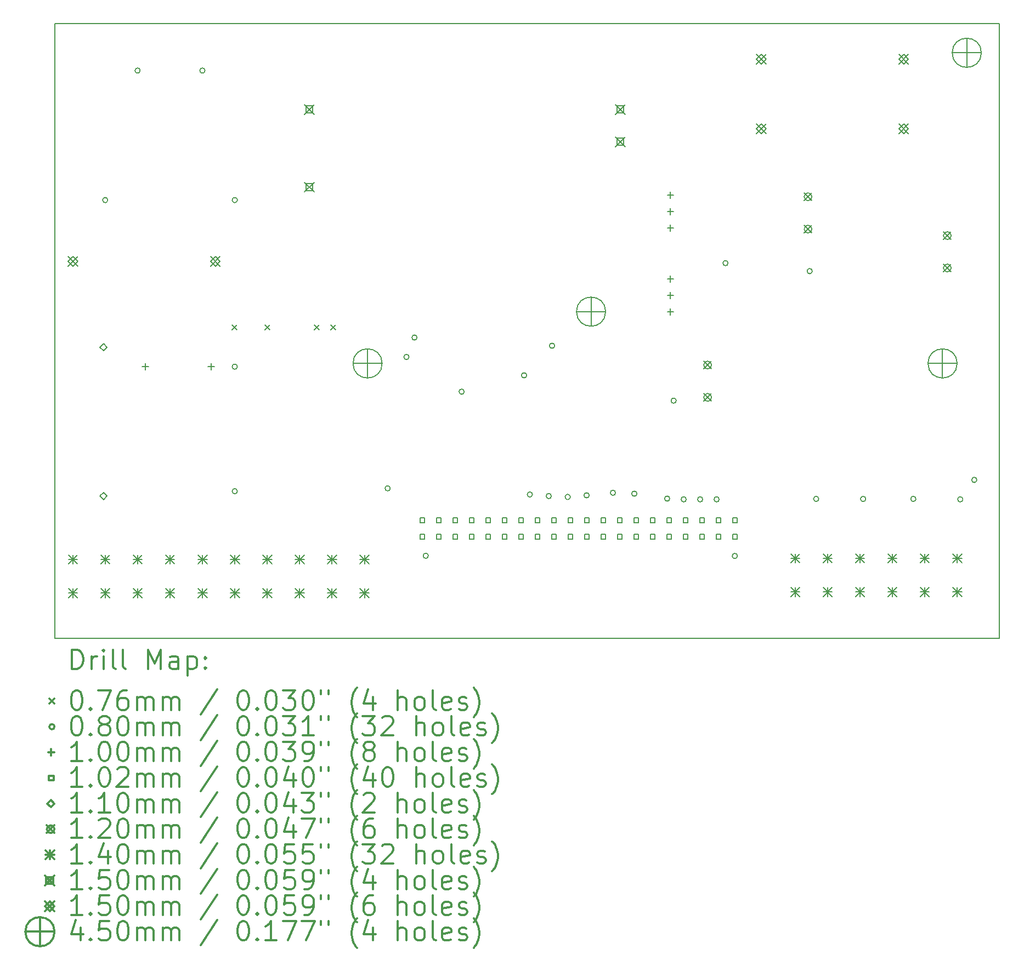
<source format=gbr>
%FSLAX45Y45*%
G04 Gerber Fmt 4.5, Leading zero omitted, Abs format (unit mm)*
G04 Created by KiCad (PCBNEW 4.0.2-4+6225~38~ubuntu15.10.1-stable) date 2016. ápr.  9., szombat, 23.40.58 CEST*
%MOMM*%
G01*
G04 APERTURE LIST*
%ADD10C,0.127000*%
%ADD11C,0.150000*%
%ADD12C,0.200000*%
%ADD13C,0.300000*%
G04 APERTURE END LIST*
D10*
D11*
X18000000Y-3000000D02*
X18000000Y-3050000D01*
X3425000Y-3000000D02*
X18000000Y-3000000D01*
X3425000Y-12500000D02*
X3425000Y-3000000D01*
X18000000Y-12500000D02*
X3425000Y-12500000D01*
X18000000Y-3050000D02*
X18000000Y-12500000D01*
D12*
X6157700Y-7658900D02*
X6233900Y-7735100D01*
X6233900Y-7658900D02*
X6157700Y-7735100D01*
X6665700Y-7658900D02*
X6741900Y-7735100D01*
X6741900Y-7658900D02*
X6665700Y-7735100D01*
X7427700Y-7658900D02*
X7503900Y-7735100D01*
X7503900Y-7658900D02*
X7427700Y-7735100D01*
X7681700Y-7658900D02*
X7757900Y-7735100D01*
X7757900Y-7658900D02*
X7681700Y-7735100D01*
X4240000Y-5725000D02*
G75*
G03X4240000Y-5725000I-40000J0D01*
G01*
X4740000Y-3725000D02*
G75*
G03X4740000Y-3725000I-40000J0D01*
G01*
X5740000Y-3725000D02*
G75*
G03X5740000Y-3725000I-40000J0D01*
G01*
X6240000Y-5725000D02*
G75*
G03X6240000Y-5725000I-40000J0D01*
G01*
X6240000Y-8300000D02*
G75*
G03X6240000Y-8300000I-40000J0D01*
G01*
X6240000Y-10225000D02*
G75*
G03X6240000Y-10225000I-40000J0D01*
G01*
X8600000Y-10180000D02*
G75*
G03X8600000Y-10180000I-40000J0D01*
G01*
X8890001Y-8150000D02*
G75*
G03X8890001Y-8150000I-40000J0D01*
G01*
X9015000Y-7850000D02*
G75*
G03X9015000Y-7850000I-40000J0D01*
G01*
X9188202Y-11221998D02*
G75*
G03X9188202Y-11221998I-40000J0D01*
G01*
X9742000Y-8686600D02*
G75*
G03X9742000Y-8686600I-40000J0D01*
G01*
X10706200Y-8433600D02*
G75*
G03X10706200Y-8433600I-40000J0D01*
G01*
X10795100Y-10275100D02*
G75*
G03X10795100Y-10275100I-40000J0D01*
G01*
X11087200Y-10300500D02*
G75*
G03X11087200Y-10300500I-40000J0D01*
G01*
X11138000Y-7976400D02*
G75*
G03X11138000Y-7976400I-40000J0D01*
G01*
X11379300Y-10313200D02*
G75*
G03X11379300Y-10313200I-40000J0D01*
G01*
X11671400Y-10287800D02*
G75*
G03X11671400Y-10287800I-40000J0D01*
G01*
X12077800Y-10249700D02*
G75*
G03X12077800Y-10249700I-40000J0D01*
G01*
X12408000Y-10262400D02*
G75*
G03X12408000Y-10262400I-40000J0D01*
G01*
X12914475Y-10338489D02*
G75*
G03X12914475Y-10338489I-40000J0D01*
G01*
X13015000Y-8825000D02*
G75*
G03X13015000Y-8825000I-40000J0D01*
G01*
X13170000Y-10351300D02*
G75*
G03X13170000Y-10351300I-40000J0D01*
G01*
X13424000Y-10351300D02*
G75*
G03X13424000Y-10351300I-40000J0D01*
G01*
X13678000Y-10351300D02*
G75*
G03X13678000Y-10351300I-40000J0D01*
G01*
X13815000Y-6700000D02*
G75*
G03X13815000Y-6700000I-40000J0D01*
G01*
X13959800Y-11225400D02*
G75*
G03X13959800Y-11225400I-40000J0D01*
G01*
X15114665Y-6824667D02*
G75*
G03X15114665Y-6824667I-40000J0D01*
G01*
X15215000Y-10343981D02*
G75*
G03X15215000Y-10343981I-40000J0D01*
G01*
X15940000Y-10343981D02*
G75*
G03X15940000Y-10343981I-40000J0D01*
G01*
X16715000Y-10343981D02*
G75*
G03X16715000Y-10343981I-40000J0D01*
G01*
X17440000Y-10350000D02*
G75*
G03X17440000Y-10350000I-40000J0D01*
G01*
X17655378Y-10050000D02*
G75*
G03X17655378Y-10050000I-40000J0D01*
G01*
X4817000Y-8249962D02*
X4817000Y-8350038D01*
X4766962Y-8300000D02*
X4867038Y-8300000D01*
X5833000Y-8249962D02*
X5833000Y-8350038D01*
X5782962Y-8300000D02*
X5883038Y-8300000D01*
X12926000Y-5599962D02*
X12926000Y-5700038D01*
X12875962Y-5650000D02*
X12976038Y-5650000D01*
X12926000Y-5853962D02*
X12926000Y-5954038D01*
X12875962Y-5904000D02*
X12976038Y-5904000D01*
X12926000Y-6107962D02*
X12926000Y-6208038D01*
X12875962Y-6158000D02*
X12976038Y-6158000D01*
X12926000Y-6895362D02*
X12926000Y-6995438D01*
X12875962Y-6945400D02*
X12976038Y-6945400D01*
X12926000Y-7149362D02*
X12926000Y-7249438D01*
X12875962Y-7199400D02*
X12976038Y-7199400D01*
X12926000Y-7403362D02*
X12926000Y-7503438D01*
X12875962Y-7453400D02*
X12976038Y-7453400D01*
X9129721Y-10711321D02*
X9129721Y-10639479D01*
X9057879Y-10639479D01*
X9057879Y-10711321D01*
X9129721Y-10711321D01*
X9129721Y-10965321D02*
X9129721Y-10893479D01*
X9057879Y-10893479D01*
X9057879Y-10965321D01*
X9129721Y-10965321D01*
X9383721Y-10711321D02*
X9383721Y-10639479D01*
X9311879Y-10639479D01*
X9311879Y-10711321D01*
X9383721Y-10711321D01*
X9383721Y-10965321D02*
X9383721Y-10893479D01*
X9311879Y-10893479D01*
X9311879Y-10965321D01*
X9383721Y-10965321D01*
X9637721Y-10711321D02*
X9637721Y-10639479D01*
X9565879Y-10639479D01*
X9565879Y-10711321D01*
X9637721Y-10711321D01*
X9637721Y-10965321D02*
X9637721Y-10893479D01*
X9565879Y-10893479D01*
X9565879Y-10965321D01*
X9637721Y-10965321D01*
X9891721Y-10711321D02*
X9891721Y-10639479D01*
X9819879Y-10639479D01*
X9819879Y-10711321D01*
X9891721Y-10711321D01*
X9891721Y-10965321D02*
X9891721Y-10893479D01*
X9819879Y-10893479D01*
X9819879Y-10965321D01*
X9891721Y-10965321D01*
X10145721Y-10711321D02*
X10145721Y-10639479D01*
X10073879Y-10639479D01*
X10073879Y-10711321D01*
X10145721Y-10711321D01*
X10145721Y-10965321D02*
X10145721Y-10893479D01*
X10073879Y-10893479D01*
X10073879Y-10965321D01*
X10145721Y-10965321D01*
X10399721Y-10711321D02*
X10399721Y-10639479D01*
X10327879Y-10639479D01*
X10327879Y-10711321D01*
X10399721Y-10711321D01*
X10399721Y-10965321D02*
X10399721Y-10893479D01*
X10327879Y-10893479D01*
X10327879Y-10965321D01*
X10399721Y-10965321D01*
X10653721Y-10711321D02*
X10653721Y-10639479D01*
X10581879Y-10639479D01*
X10581879Y-10711321D01*
X10653721Y-10711321D01*
X10653721Y-10965321D02*
X10653721Y-10893479D01*
X10581879Y-10893479D01*
X10581879Y-10965321D01*
X10653721Y-10965321D01*
X10907721Y-10711321D02*
X10907721Y-10639479D01*
X10835879Y-10639479D01*
X10835879Y-10711321D01*
X10907721Y-10711321D01*
X10907721Y-10965321D02*
X10907721Y-10893479D01*
X10835879Y-10893479D01*
X10835879Y-10965321D01*
X10907721Y-10965321D01*
X11161721Y-10711321D02*
X11161721Y-10639479D01*
X11089879Y-10639479D01*
X11089879Y-10711321D01*
X11161721Y-10711321D01*
X11161721Y-10965321D02*
X11161721Y-10893479D01*
X11089879Y-10893479D01*
X11089879Y-10965321D01*
X11161721Y-10965321D01*
X11415721Y-10711321D02*
X11415721Y-10639479D01*
X11343879Y-10639479D01*
X11343879Y-10711321D01*
X11415721Y-10711321D01*
X11415721Y-10965321D02*
X11415721Y-10893479D01*
X11343879Y-10893479D01*
X11343879Y-10965321D01*
X11415721Y-10965321D01*
X11669721Y-10711321D02*
X11669721Y-10639479D01*
X11597879Y-10639479D01*
X11597879Y-10711321D01*
X11669721Y-10711321D01*
X11669721Y-10965321D02*
X11669721Y-10893479D01*
X11597879Y-10893479D01*
X11597879Y-10965321D01*
X11669721Y-10965321D01*
X11923721Y-10711321D02*
X11923721Y-10639479D01*
X11851879Y-10639479D01*
X11851879Y-10711321D01*
X11923721Y-10711321D01*
X11923721Y-10965321D02*
X11923721Y-10893479D01*
X11851879Y-10893479D01*
X11851879Y-10965321D01*
X11923721Y-10965321D01*
X12177721Y-10711321D02*
X12177721Y-10639479D01*
X12105879Y-10639479D01*
X12105879Y-10711321D01*
X12177721Y-10711321D01*
X12177721Y-10965321D02*
X12177721Y-10893479D01*
X12105879Y-10893479D01*
X12105879Y-10965321D01*
X12177721Y-10965321D01*
X12431721Y-10711321D02*
X12431721Y-10639479D01*
X12359879Y-10639479D01*
X12359879Y-10711321D01*
X12431721Y-10711321D01*
X12431721Y-10965321D02*
X12431721Y-10893479D01*
X12359879Y-10893479D01*
X12359879Y-10965321D01*
X12431721Y-10965321D01*
X12685721Y-10711321D02*
X12685721Y-10639479D01*
X12613879Y-10639479D01*
X12613879Y-10711321D01*
X12685721Y-10711321D01*
X12685721Y-10965321D02*
X12685721Y-10893479D01*
X12613879Y-10893479D01*
X12613879Y-10965321D01*
X12685721Y-10965321D01*
X12939721Y-10711321D02*
X12939721Y-10639479D01*
X12867879Y-10639479D01*
X12867879Y-10711321D01*
X12939721Y-10711321D01*
X12939721Y-10965321D02*
X12939721Y-10893479D01*
X12867879Y-10893479D01*
X12867879Y-10965321D01*
X12939721Y-10965321D01*
X13193721Y-10711321D02*
X13193721Y-10639479D01*
X13121879Y-10639479D01*
X13121879Y-10711321D01*
X13193721Y-10711321D01*
X13193721Y-10965321D02*
X13193721Y-10893479D01*
X13121879Y-10893479D01*
X13121879Y-10965321D01*
X13193721Y-10965321D01*
X13447721Y-10711321D02*
X13447721Y-10639479D01*
X13375879Y-10639479D01*
X13375879Y-10711321D01*
X13447721Y-10711321D01*
X13447721Y-10965321D02*
X13447721Y-10893479D01*
X13375879Y-10893479D01*
X13375879Y-10965321D01*
X13447721Y-10965321D01*
X13701721Y-10711321D02*
X13701721Y-10639479D01*
X13629879Y-10639479D01*
X13629879Y-10711321D01*
X13701721Y-10711321D01*
X13701721Y-10965321D02*
X13701721Y-10893479D01*
X13629879Y-10893479D01*
X13629879Y-10965321D01*
X13701721Y-10965321D01*
X13955721Y-10711321D02*
X13955721Y-10639479D01*
X13883879Y-10639479D01*
X13883879Y-10711321D01*
X13955721Y-10711321D01*
X13955721Y-10965321D02*
X13955721Y-10893479D01*
X13883879Y-10893479D01*
X13883879Y-10965321D01*
X13955721Y-10965321D01*
X4175000Y-8055000D02*
X4230000Y-8000000D01*
X4175000Y-7945000D01*
X4120000Y-8000000D01*
X4175000Y-8055000D01*
X4175000Y-10355000D02*
X4230000Y-10300000D01*
X4175000Y-10245000D01*
X4120000Y-10300000D01*
X4175000Y-10355000D01*
X13440000Y-8215000D02*
X13560000Y-8335000D01*
X13560000Y-8215000D02*
X13440000Y-8335000D01*
X13560000Y-8275000D02*
G75*
G03X13560000Y-8275000I-60000J0D01*
G01*
X13440000Y-8715000D02*
X13560000Y-8835000D01*
X13560000Y-8715000D02*
X13440000Y-8835000D01*
X13560000Y-8775000D02*
G75*
G03X13560000Y-8775000I-60000J0D01*
G01*
X14990000Y-5615000D02*
X15110000Y-5735000D01*
X15110000Y-5615000D02*
X14990000Y-5735000D01*
X15110000Y-5675000D02*
G75*
G03X15110000Y-5675000I-60000J0D01*
G01*
X14990000Y-6115000D02*
X15110000Y-6235000D01*
X15110000Y-6115000D02*
X14990000Y-6235000D01*
X15110000Y-6175000D02*
G75*
G03X15110000Y-6175000I-60000J0D01*
G01*
X17140000Y-6215000D02*
X17260000Y-6335000D01*
X17260000Y-6215000D02*
X17140000Y-6335000D01*
X17260000Y-6275000D02*
G75*
G03X17260000Y-6275000I-60000J0D01*
G01*
X17140000Y-6715000D02*
X17260000Y-6835000D01*
X17260000Y-6715000D02*
X17140000Y-6835000D01*
X17260000Y-6775000D02*
G75*
G03X17260000Y-6775000I-60000J0D01*
G01*
X3632400Y-11208400D02*
X3772400Y-11348400D01*
X3772400Y-11208400D02*
X3632400Y-11348400D01*
X3702400Y-11208400D02*
X3702400Y-11348400D01*
X3632400Y-11278400D02*
X3772400Y-11278400D01*
X3632400Y-11728400D02*
X3772400Y-11868400D01*
X3772400Y-11728400D02*
X3632400Y-11868400D01*
X3702400Y-11728400D02*
X3702400Y-11868400D01*
X3632400Y-11798400D02*
X3772400Y-11798400D01*
X4132400Y-11208400D02*
X4272400Y-11348400D01*
X4272400Y-11208400D02*
X4132400Y-11348400D01*
X4202400Y-11208400D02*
X4202400Y-11348400D01*
X4132400Y-11278400D02*
X4272400Y-11278400D01*
X4132400Y-11728400D02*
X4272400Y-11868400D01*
X4272400Y-11728400D02*
X4132400Y-11868400D01*
X4202400Y-11728400D02*
X4202400Y-11868400D01*
X4132400Y-11798400D02*
X4272400Y-11798400D01*
X4632400Y-11208400D02*
X4772400Y-11348400D01*
X4772400Y-11208400D02*
X4632400Y-11348400D01*
X4702400Y-11208400D02*
X4702400Y-11348400D01*
X4632400Y-11278400D02*
X4772400Y-11278400D01*
X4632400Y-11728400D02*
X4772400Y-11868400D01*
X4772400Y-11728400D02*
X4632400Y-11868400D01*
X4702400Y-11728400D02*
X4702400Y-11868400D01*
X4632400Y-11798400D02*
X4772400Y-11798400D01*
X5132400Y-11208400D02*
X5272400Y-11348400D01*
X5272400Y-11208400D02*
X5132400Y-11348400D01*
X5202400Y-11208400D02*
X5202400Y-11348400D01*
X5132400Y-11278400D02*
X5272400Y-11278400D01*
X5132400Y-11728400D02*
X5272400Y-11868400D01*
X5272400Y-11728400D02*
X5132400Y-11868400D01*
X5202400Y-11728400D02*
X5202400Y-11868400D01*
X5132400Y-11798400D02*
X5272400Y-11798400D01*
X5632400Y-11208400D02*
X5772400Y-11348400D01*
X5772400Y-11208400D02*
X5632400Y-11348400D01*
X5702400Y-11208400D02*
X5702400Y-11348400D01*
X5632400Y-11278400D02*
X5772400Y-11278400D01*
X5632400Y-11728400D02*
X5772400Y-11868400D01*
X5772400Y-11728400D02*
X5632400Y-11868400D01*
X5702400Y-11728400D02*
X5702400Y-11868400D01*
X5632400Y-11798400D02*
X5772400Y-11798400D01*
X6132400Y-11208400D02*
X6272400Y-11348400D01*
X6272400Y-11208400D02*
X6132400Y-11348400D01*
X6202400Y-11208400D02*
X6202400Y-11348400D01*
X6132400Y-11278400D02*
X6272400Y-11278400D01*
X6132400Y-11728400D02*
X6272400Y-11868400D01*
X6272400Y-11728400D02*
X6132400Y-11868400D01*
X6202400Y-11728400D02*
X6202400Y-11868400D01*
X6132400Y-11798400D02*
X6272400Y-11798400D01*
X6632400Y-11208400D02*
X6772400Y-11348400D01*
X6772400Y-11208400D02*
X6632400Y-11348400D01*
X6702400Y-11208400D02*
X6702400Y-11348400D01*
X6632400Y-11278400D02*
X6772400Y-11278400D01*
X6632400Y-11728400D02*
X6772400Y-11868400D01*
X6772400Y-11728400D02*
X6632400Y-11868400D01*
X6702400Y-11728400D02*
X6702400Y-11868400D01*
X6632400Y-11798400D02*
X6772400Y-11798400D01*
X7132400Y-11208400D02*
X7272400Y-11348400D01*
X7272400Y-11208400D02*
X7132400Y-11348400D01*
X7202400Y-11208400D02*
X7202400Y-11348400D01*
X7132400Y-11278400D02*
X7272400Y-11278400D01*
X7132400Y-11728400D02*
X7272400Y-11868400D01*
X7272400Y-11728400D02*
X7132400Y-11868400D01*
X7202400Y-11728400D02*
X7202400Y-11868400D01*
X7132400Y-11798400D02*
X7272400Y-11798400D01*
X7632400Y-11208400D02*
X7772400Y-11348400D01*
X7772400Y-11208400D02*
X7632400Y-11348400D01*
X7702400Y-11208400D02*
X7702400Y-11348400D01*
X7632400Y-11278400D02*
X7772400Y-11278400D01*
X7632400Y-11728400D02*
X7772400Y-11868400D01*
X7772400Y-11728400D02*
X7632400Y-11868400D01*
X7702400Y-11728400D02*
X7702400Y-11868400D01*
X7632400Y-11798400D02*
X7772400Y-11798400D01*
X8132400Y-11208400D02*
X8272400Y-11348400D01*
X8272400Y-11208400D02*
X8132400Y-11348400D01*
X8202400Y-11208400D02*
X8202400Y-11348400D01*
X8132400Y-11278400D02*
X8272400Y-11278400D01*
X8132400Y-11728400D02*
X8272400Y-11868400D01*
X8272400Y-11728400D02*
X8132400Y-11868400D01*
X8202400Y-11728400D02*
X8202400Y-11868400D01*
X8132400Y-11798400D02*
X8272400Y-11798400D01*
X14782400Y-11192400D02*
X14922400Y-11332400D01*
X14922400Y-11192400D02*
X14782400Y-11332400D01*
X14852400Y-11192400D02*
X14852400Y-11332400D01*
X14782400Y-11262400D02*
X14922400Y-11262400D01*
X14782400Y-11712400D02*
X14922400Y-11852400D01*
X14922400Y-11712400D02*
X14782400Y-11852400D01*
X14852400Y-11712400D02*
X14852400Y-11852400D01*
X14782400Y-11782400D02*
X14922400Y-11782400D01*
X15282400Y-11192400D02*
X15422400Y-11332400D01*
X15422400Y-11192400D02*
X15282400Y-11332400D01*
X15352400Y-11192400D02*
X15352400Y-11332400D01*
X15282400Y-11262400D02*
X15422400Y-11262400D01*
X15282400Y-11712400D02*
X15422400Y-11852400D01*
X15422400Y-11712400D02*
X15282400Y-11852400D01*
X15352400Y-11712400D02*
X15352400Y-11852400D01*
X15282400Y-11782400D02*
X15422400Y-11782400D01*
X15782400Y-11192400D02*
X15922400Y-11332400D01*
X15922400Y-11192400D02*
X15782400Y-11332400D01*
X15852400Y-11192400D02*
X15852400Y-11332400D01*
X15782400Y-11262400D02*
X15922400Y-11262400D01*
X15782400Y-11712400D02*
X15922400Y-11852400D01*
X15922400Y-11712400D02*
X15782400Y-11852400D01*
X15852400Y-11712400D02*
X15852400Y-11852400D01*
X15782400Y-11782400D02*
X15922400Y-11782400D01*
X16282400Y-11192400D02*
X16422400Y-11332400D01*
X16422400Y-11192400D02*
X16282400Y-11332400D01*
X16352400Y-11192400D02*
X16352400Y-11332400D01*
X16282400Y-11262400D02*
X16422400Y-11262400D01*
X16282400Y-11712400D02*
X16422400Y-11852400D01*
X16422400Y-11712400D02*
X16282400Y-11852400D01*
X16352400Y-11712400D02*
X16352400Y-11852400D01*
X16282400Y-11782400D02*
X16422400Y-11782400D01*
X16782400Y-11192400D02*
X16922400Y-11332400D01*
X16922400Y-11192400D02*
X16782400Y-11332400D01*
X16852400Y-11192400D02*
X16852400Y-11332400D01*
X16782400Y-11262400D02*
X16922400Y-11262400D01*
X16782400Y-11712400D02*
X16922400Y-11852400D01*
X16922400Y-11712400D02*
X16782400Y-11852400D01*
X16852400Y-11712400D02*
X16852400Y-11852400D01*
X16782400Y-11782400D02*
X16922400Y-11782400D01*
X17282400Y-11192400D02*
X17422400Y-11332400D01*
X17422400Y-11192400D02*
X17282400Y-11332400D01*
X17352400Y-11192400D02*
X17352400Y-11332400D01*
X17282400Y-11262400D02*
X17422400Y-11262400D01*
X17282400Y-11712400D02*
X17422400Y-11852400D01*
X17422400Y-11712400D02*
X17282400Y-11852400D01*
X17352400Y-11712400D02*
X17352400Y-11852400D01*
X17282400Y-11782400D02*
X17422400Y-11782400D01*
X7275000Y-4250000D02*
X7425000Y-4400000D01*
X7425000Y-4250000D02*
X7275000Y-4400000D01*
X7403033Y-4378034D02*
X7403033Y-4271967D01*
X7296966Y-4271967D01*
X7296966Y-4378034D01*
X7403033Y-4378034D01*
X7275000Y-5450000D02*
X7425000Y-5600000D01*
X7425000Y-5450000D02*
X7275000Y-5600000D01*
X7403033Y-5578034D02*
X7403033Y-5471967D01*
X7296966Y-5471967D01*
X7296966Y-5578034D01*
X7403033Y-5578034D01*
X12075000Y-4250000D02*
X12225000Y-4400000D01*
X12225000Y-4250000D02*
X12075000Y-4400000D01*
X12203033Y-4378034D02*
X12203033Y-4271967D01*
X12096966Y-4271967D01*
X12096966Y-4378034D01*
X12203033Y-4378034D01*
X12075000Y-4750000D02*
X12225000Y-4900000D01*
X12225000Y-4750000D02*
X12075000Y-4900000D01*
X12203033Y-4878034D02*
X12203033Y-4771967D01*
X12096966Y-4771967D01*
X12096966Y-4878034D01*
X12203033Y-4878034D01*
X3624795Y-6599943D02*
X3774909Y-6750057D01*
X3774909Y-6599943D02*
X3624795Y-6750057D01*
X3699852Y-6750057D02*
X3774909Y-6675000D01*
X3699852Y-6599943D01*
X3624795Y-6675000D01*
X3699852Y-6750057D01*
X5824943Y-6599943D02*
X5975057Y-6750057D01*
X5975057Y-6599943D02*
X5824943Y-6750057D01*
X5900000Y-6750057D02*
X5975057Y-6675000D01*
X5900000Y-6599943D01*
X5824943Y-6675000D01*
X5900000Y-6750057D01*
X14249869Y-3474943D02*
X14399983Y-3625057D01*
X14399983Y-3474943D02*
X14249869Y-3625057D01*
X14324926Y-3625057D02*
X14399983Y-3550000D01*
X14324926Y-3474943D01*
X14249869Y-3550000D01*
X14324926Y-3625057D01*
X14249869Y-4549943D02*
X14399983Y-4700057D01*
X14399983Y-4549943D02*
X14249869Y-4700057D01*
X14324926Y-4700057D02*
X14399983Y-4625000D01*
X14324926Y-4549943D01*
X14249869Y-4625000D01*
X14324926Y-4700057D01*
X16450017Y-3474943D02*
X16600131Y-3625057D01*
X16600131Y-3474943D02*
X16450017Y-3625057D01*
X16525074Y-3625057D02*
X16600131Y-3550000D01*
X16525074Y-3474943D01*
X16450017Y-3550000D01*
X16525074Y-3625057D01*
X16450017Y-4549943D02*
X16600131Y-4700057D01*
X16600131Y-4549943D02*
X16450017Y-4700057D01*
X16525074Y-4700057D02*
X16600131Y-4625000D01*
X16525074Y-4549943D01*
X16450017Y-4625000D01*
X16525074Y-4700057D01*
X8250000Y-8025000D02*
X8250000Y-8475000D01*
X8025000Y-8250000D02*
X8475000Y-8250000D01*
X8475000Y-8250000D02*
G75*
G03X8475000Y-8250000I-225000J0D01*
G01*
X11700000Y-7225000D02*
X11700000Y-7675000D01*
X11475000Y-7450000D02*
X11925000Y-7450000D01*
X11925000Y-7450000D02*
G75*
G03X11925000Y-7450000I-225000J0D01*
G01*
X17126000Y-8025000D02*
X17126000Y-8475000D01*
X16901000Y-8250000D02*
X17351000Y-8250000D01*
X17351000Y-8250000D02*
G75*
G03X17351000Y-8250000I-225000J0D01*
G01*
X17500000Y-3225000D02*
X17500000Y-3675000D01*
X17275000Y-3450000D02*
X17725000Y-3450000D01*
X17725000Y-3450000D02*
G75*
G03X17725000Y-3450000I-225000J0D01*
G01*
D13*
X3688928Y-12973214D02*
X3688928Y-12673214D01*
X3760357Y-12673214D01*
X3803214Y-12687500D01*
X3831786Y-12716071D01*
X3846071Y-12744643D01*
X3860357Y-12801786D01*
X3860357Y-12844643D01*
X3846071Y-12901786D01*
X3831786Y-12930357D01*
X3803214Y-12958929D01*
X3760357Y-12973214D01*
X3688928Y-12973214D01*
X3988928Y-12973214D02*
X3988928Y-12773214D01*
X3988928Y-12830357D02*
X4003214Y-12801786D01*
X4017500Y-12787500D01*
X4046071Y-12773214D01*
X4074643Y-12773214D01*
X4174643Y-12973214D02*
X4174643Y-12773214D01*
X4174643Y-12673214D02*
X4160357Y-12687500D01*
X4174643Y-12701786D01*
X4188928Y-12687500D01*
X4174643Y-12673214D01*
X4174643Y-12701786D01*
X4360357Y-12973214D02*
X4331786Y-12958929D01*
X4317500Y-12930357D01*
X4317500Y-12673214D01*
X4517500Y-12973214D02*
X4488929Y-12958929D01*
X4474643Y-12930357D01*
X4474643Y-12673214D01*
X4860357Y-12973214D02*
X4860357Y-12673214D01*
X4960357Y-12887500D01*
X5060357Y-12673214D01*
X5060357Y-12973214D01*
X5331786Y-12973214D02*
X5331786Y-12816071D01*
X5317500Y-12787500D01*
X5288929Y-12773214D01*
X5231786Y-12773214D01*
X5203214Y-12787500D01*
X5331786Y-12958929D02*
X5303214Y-12973214D01*
X5231786Y-12973214D01*
X5203214Y-12958929D01*
X5188929Y-12930357D01*
X5188929Y-12901786D01*
X5203214Y-12873214D01*
X5231786Y-12858929D01*
X5303214Y-12858929D01*
X5331786Y-12844643D01*
X5474643Y-12773214D02*
X5474643Y-13073214D01*
X5474643Y-12787500D02*
X5503214Y-12773214D01*
X5560357Y-12773214D01*
X5588929Y-12787500D01*
X5603214Y-12801786D01*
X5617500Y-12830357D01*
X5617500Y-12916071D01*
X5603214Y-12944643D01*
X5588929Y-12958929D01*
X5560357Y-12973214D01*
X5503214Y-12973214D01*
X5474643Y-12958929D01*
X5746071Y-12944643D02*
X5760357Y-12958929D01*
X5746071Y-12973214D01*
X5731786Y-12958929D01*
X5746071Y-12944643D01*
X5746071Y-12973214D01*
X5746071Y-12787500D02*
X5760357Y-12801786D01*
X5746071Y-12816071D01*
X5731786Y-12801786D01*
X5746071Y-12787500D01*
X5746071Y-12816071D01*
X3341300Y-13429400D02*
X3417500Y-13505600D01*
X3417500Y-13429400D02*
X3341300Y-13505600D01*
X3746071Y-13303214D02*
X3774643Y-13303214D01*
X3803214Y-13317500D01*
X3817500Y-13331786D01*
X3831786Y-13360357D01*
X3846071Y-13417500D01*
X3846071Y-13488929D01*
X3831786Y-13546071D01*
X3817500Y-13574643D01*
X3803214Y-13588929D01*
X3774643Y-13603214D01*
X3746071Y-13603214D01*
X3717500Y-13588929D01*
X3703214Y-13574643D01*
X3688928Y-13546071D01*
X3674643Y-13488929D01*
X3674643Y-13417500D01*
X3688928Y-13360357D01*
X3703214Y-13331786D01*
X3717500Y-13317500D01*
X3746071Y-13303214D01*
X3974643Y-13574643D02*
X3988928Y-13588929D01*
X3974643Y-13603214D01*
X3960357Y-13588929D01*
X3974643Y-13574643D01*
X3974643Y-13603214D01*
X4088928Y-13303214D02*
X4288928Y-13303214D01*
X4160357Y-13603214D01*
X4531786Y-13303214D02*
X4474643Y-13303214D01*
X4446071Y-13317500D01*
X4431786Y-13331786D01*
X4403214Y-13374643D01*
X4388929Y-13431786D01*
X4388929Y-13546071D01*
X4403214Y-13574643D01*
X4417500Y-13588929D01*
X4446071Y-13603214D01*
X4503214Y-13603214D01*
X4531786Y-13588929D01*
X4546071Y-13574643D01*
X4560357Y-13546071D01*
X4560357Y-13474643D01*
X4546071Y-13446071D01*
X4531786Y-13431786D01*
X4503214Y-13417500D01*
X4446071Y-13417500D01*
X4417500Y-13431786D01*
X4403214Y-13446071D01*
X4388929Y-13474643D01*
X4688929Y-13603214D02*
X4688929Y-13403214D01*
X4688929Y-13431786D02*
X4703214Y-13417500D01*
X4731786Y-13403214D01*
X4774643Y-13403214D01*
X4803214Y-13417500D01*
X4817500Y-13446071D01*
X4817500Y-13603214D01*
X4817500Y-13446071D02*
X4831786Y-13417500D01*
X4860357Y-13403214D01*
X4903214Y-13403214D01*
X4931786Y-13417500D01*
X4946071Y-13446071D01*
X4946071Y-13603214D01*
X5088929Y-13603214D02*
X5088929Y-13403214D01*
X5088929Y-13431786D02*
X5103214Y-13417500D01*
X5131786Y-13403214D01*
X5174643Y-13403214D01*
X5203214Y-13417500D01*
X5217500Y-13446071D01*
X5217500Y-13603214D01*
X5217500Y-13446071D02*
X5231786Y-13417500D01*
X5260357Y-13403214D01*
X5303214Y-13403214D01*
X5331786Y-13417500D01*
X5346071Y-13446071D01*
X5346071Y-13603214D01*
X5931786Y-13288929D02*
X5674643Y-13674643D01*
X6317500Y-13303214D02*
X6346071Y-13303214D01*
X6374643Y-13317500D01*
X6388928Y-13331786D01*
X6403214Y-13360357D01*
X6417500Y-13417500D01*
X6417500Y-13488929D01*
X6403214Y-13546071D01*
X6388928Y-13574643D01*
X6374643Y-13588929D01*
X6346071Y-13603214D01*
X6317500Y-13603214D01*
X6288928Y-13588929D01*
X6274643Y-13574643D01*
X6260357Y-13546071D01*
X6246071Y-13488929D01*
X6246071Y-13417500D01*
X6260357Y-13360357D01*
X6274643Y-13331786D01*
X6288928Y-13317500D01*
X6317500Y-13303214D01*
X6546071Y-13574643D02*
X6560357Y-13588929D01*
X6546071Y-13603214D01*
X6531786Y-13588929D01*
X6546071Y-13574643D01*
X6546071Y-13603214D01*
X6746071Y-13303214D02*
X6774643Y-13303214D01*
X6803214Y-13317500D01*
X6817500Y-13331786D01*
X6831785Y-13360357D01*
X6846071Y-13417500D01*
X6846071Y-13488929D01*
X6831785Y-13546071D01*
X6817500Y-13574643D01*
X6803214Y-13588929D01*
X6774643Y-13603214D01*
X6746071Y-13603214D01*
X6717500Y-13588929D01*
X6703214Y-13574643D01*
X6688928Y-13546071D01*
X6674643Y-13488929D01*
X6674643Y-13417500D01*
X6688928Y-13360357D01*
X6703214Y-13331786D01*
X6717500Y-13317500D01*
X6746071Y-13303214D01*
X6946071Y-13303214D02*
X7131785Y-13303214D01*
X7031785Y-13417500D01*
X7074643Y-13417500D01*
X7103214Y-13431786D01*
X7117500Y-13446071D01*
X7131785Y-13474643D01*
X7131785Y-13546071D01*
X7117500Y-13574643D01*
X7103214Y-13588929D01*
X7074643Y-13603214D01*
X6988928Y-13603214D01*
X6960357Y-13588929D01*
X6946071Y-13574643D01*
X7317500Y-13303214D02*
X7346071Y-13303214D01*
X7374643Y-13317500D01*
X7388928Y-13331786D01*
X7403214Y-13360357D01*
X7417500Y-13417500D01*
X7417500Y-13488929D01*
X7403214Y-13546071D01*
X7388928Y-13574643D01*
X7374643Y-13588929D01*
X7346071Y-13603214D01*
X7317500Y-13603214D01*
X7288928Y-13588929D01*
X7274643Y-13574643D01*
X7260357Y-13546071D01*
X7246071Y-13488929D01*
X7246071Y-13417500D01*
X7260357Y-13360357D01*
X7274643Y-13331786D01*
X7288928Y-13317500D01*
X7317500Y-13303214D01*
X7531786Y-13303214D02*
X7531786Y-13360357D01*
X7646071Y-13303214D02*
X7646071Y-13360357D01*
X8088928Y-13717500D02*
X8074643Y-13703214D01*
X8046071Y-13660357D01*
X8031785Y-13631786D01*
X8017500Y-13588929D01*
X8003214Y-13517500D01*
X8003214Y-13460357D01*
X8017500Y-13388929D01*
X8031785Y-13346071D01*
X8046071Y-13317500D01*
X8074643Y-13274643D01*
X8088928Y-13260357D01*
X8331785Y-13403214D02*
X8331785Y-13603214D01*
X8260357Y-13288929D02*
X8188928Y-13503214D01*
X8374643Y-13503214D01*
X8717500Y-13603214D02*
X8717500Y-13303214D01*
X8846071Y-13603214D02*
X8846071Y-13446071D01*
X8831786Y-13417500D01*
X8803214Y-13403214D01*
X8760357Y-13403214D01*
X8731786Y-13417500D01*
X8717500Y-13431786D01*
X9031786Y-13603214D02*
X9003214Y-13588929D01*
X8988928Y-13574643D01*
X8974643Y-13546071D01*
X8974643Y-13460357D01*
X8988928Y-13431786D01*
X9003214Y-13417500D01*
X9031786Y-13403214D01*
X9074643Y-13403214D01*
X9103214Y-13417500D01*
X9117500Y-13431786D01*
X9131786Y-13460357D01*
X9131786Y-13546071D01*
X9117500Y-13574643D01*
X9103214Y-13588929D01*
X9074643Y-13603214D01*
X9031786Y-13603214D01*
X9303214Y-13603214D02*
X9274643Y-13588929D01*
X9260357Y-13560357D01*
X9260357Y-13303214D01*
X9531786Y-13588929D02*
X9503214Y-13603214D01*
X9446071Y-13603214D01*
X9417500Y-13588929D01*
X9403214Y-13560357D01*
X9403214Y-13446071D01*
X9417500Y-13417500D01*
X9446071Y-13403214D01*
X9503214Y-13403214D01*
X9531786Y-13417500D01*
X9546071Y-13446071D01*
X9546071Y-13474643D01*
X9403214Y-13503214D01*
X9660357Y-13588929D02*
X9688929Y-13603214D01*
X9746071Y-13603214D01*
X9774643Y-13588929D01*
X9788929Y-13560357D01*
X9788929Y-13546071D01*
X9774643Y-13517500D01*
X9746071Y-13503214D01*
X9703214Y-13503214D01*
X9674643Y-13488929D01*
X9660357Y-13460357D01*
X9660357Y-13446071D01*
X9674643Y-13417500D01*
X9703214Y-13403214D01*
X9746071Y-13403214D01*
X9774643Y-13417500D01*
X9888928Y-13717500D02*
X9903214Y-13703214D01*
X9931786Y-13660357D01*
X9946071Y-13631786D01*
X9960357Y-13588929D01*
X9974643Y-13517500D01*
X9974643Y-13460357D01*
X9960357Y-13388929D01*
X9946071Y-13346071D01*
X9931786Y-13317500D01*
X9903214Y-13274643D01*
X9888928Y-13260357D01*
X3417500Y-13863500D02*
G75*
G03X3417500Y-13863500I-40000J0D01*
G01*
X3746071Y-13699214D02*
X3774643Y-13699214D01*
X3803214Y-13713500D01*
X3817500Y-13727786D01*
X3831786Y-13756357D01*
X3846071Y-13813500D01*
X3846071Y-13884929D01*
X3831786Y-13942071D01*
X3817500Y-13970643D01*
X3803214Y-13984929D01*
X3774643Y-13999214D01*
X3746071Y-13999214D01*
X3717500Y-13984929D01*
X3703214Y-13970643D01*
X3688928Y-13942071D01*
X3674643Y-13884929D01*
X3674643Y-13813500D01*
X3688928Y-13756357D01*
X3703214Y-13727786D01*
X3717500Y-13713500D01*
X3746071Y-13699214D01*
X3974643Y-13970643D02*
X3988928Y-13984929D01*
X3974643Y-13999214D01*
X3960357Y-13984929D01*
X3974643Y-13970643D01*
X3974643Y-13999214D01*
X4160357Y-13827786D02*
X4131786Y-13813500D01*
X4117500Y-13799214D01*
X4103214Y-13770643D01*
X4103214Y-13756357D01*
X4117500Y-13727786D01*
X4131786Y-13713500D01*
X4160357Y-13699214D01*
X4217500Y-13699214D01*
X4246071Y-13713500D01*
X4260357Y-13727786D01*
X4274643Y-13756357D01*
X4274643Y-13770643D01*
X4260357Y-13799214D01*
X4246071Y-13813500D01*
X4217500Y-13827786D01*
X4160357Y-13827786D01*
X4131786Y-13842071D01*
X4117500Y-13856357D01*
X4103214Y-13884929D01*
X4103214Y-13942071D01*
X4117500Y-13970643D01*
X4131786Y-13984929D01*
X4160357Y-13999214D01*
X4217500Y-13999214D01*
X4246071Y-13984929D01*
X4260357Y-13970643D01*
X4274643Y-13942071D01*
X4274643Y-13884929D01*
X4260357Y-13856357D01*
X4246071Y-13842071D01*
X4217500Y-13827786D01*
X4460357Y-13699214D02*
X4488929Y-13699214D01*
X4517500Y-13713500D01*
X4531786Y-13727786D01*
X4546071Y-13756357D01*
X4560357Y-13813500D01*
X4560357Y-13884929D01*
X4546071Y-13942071D01*
X4531786Y-13970643D01*
X4517500Y-13984929D01*
X4488929Y-13999214D01*
X4460357Y-13999214D01*
X4431786Y-13984929D01*
X4417500Y-13970643D01*
X4403214Y-13942071D01*
X4388929Y-13884929D01*
X4388929Y-13813500D01*
X4403214Y-13756357D01*
X4417500Y-13727786D01*
X4431786Y-13713500D01*
X4460357Y-13699214D01*
X4688929Y-13999214D02*
X4688929Y-13799214D01*
X4688929Y-13827786D02*
X4703214Y-13813500D01*
X4731786Y-13799214D01*
X4774643Y-13799214D01*
X4803214Y-13813500D01*
X4817500Y-13842071D01*
X4817500Y-13999214D01*
X4817500Y-13842071D02*
X4831786Y-13813500D01*
X4860357Y-13799214D01*
X4903214Y-13799214D01*
X4931786Y-13813500D01*
X4946071Y-13842071D01*
X4946071Y-13999214D01*
X5088929Y-13999214D02*
X5088929Y-13799214D01*
X5088929Y-13827786D02*
X5103214Y-13813500D01*
X5131786Y-13799214D01*
X5174643Y-13799214D01*
X5203214Y-13813500D01*
X5217500Y-13842071D01*
X5217500Y-13999214D01*
X5217500Y-13842071D02*
X5231786Y-13813500D01*
X5260357Y-13799214D01*
X5303214Y-13799214D01*
X5331786Y-13813500D01*
X5346071Y-13842071D01*
X5346071Y-13999214D01*
X5931786Y-13684929D02*
X5674643Y-14070643D01*
X6317500Y-13699214D02*
X6346071Y-13699214D01*
X6374643Y-13713500D01*
X6388928Y-13727786D01*
X6403214Y-13756357D01*
X6417500Y-13813500D01*
X6417500Y-13884929D01*
X6403214Y-13942071D01*
X6388928Y-13970643D01*
X6374643Y-13984929D01*
X6346071Y-13999214D01*
X6317500Y-13999214D01*
X6288928Y-13984929D01*
X6274643Y-13970643D01*
X6260357Y-13942071D01*
X6246071Y-13884929D01*
X6246071Y-13813500D01*
X6260357Y-13756357D01*
X6274643Y-13727786D01*
X6288928Y-13713500D01*
X6317500Y-13699214D01*
X6546071Y-13970643D02*
X6560357Y-13984929D01*
X6546071Y-13999214D01*
X6531786Y-13984929D01*
X6546071Y-13970643D01*
X6546071Y-13999214D01*
X6746071Y-13699214D02*
X6774643Y-13699214D01*
X6803214Y-13713500D01*
X6817500Y-13727786D01*
X6831785Y-13756357D01*
X6846071Y-13813500D01*
X6846071Y-13884929D01*
X6831785Y-13942071D01*
X6817500Y-13970643D01*
X6803214Y-13984929D01*
X6774643Y-13999214D01*
X6746071Y-13999214D01*
X6717500Y-13984929D01*
X6703214Y-13970643D01*
X6688928Y-13942071D01*
X6674643Y-13884929D01*
X6674643Y-13813500D01*
X6688928Y-13756357D01*
X6703214Y-13727786D01*
X6717500Y-13713500D01*
X6746071Y-13699214D01*
X6946071Y-13699214D02*
X7131785Y-13699214D01*
X7031785Y-13813500D01*
X7074643Y-13813500D01*
X7103214Y-13827786D01*
X7117500Y-13842071D01*
X7131785Y-13870643D01*
X7131785Y-13942071D01*
X7117500Y-13970643D01*
X7103214Y-13984929D01*
X7074643Y-13999214D01*
X6988928Y-13999214D01*
X6960357Y-13984929D01*
X6946071Y-13970643D01*
X7417500Y-13999214D02*
X7246071Y-13999214D01*
X7331785Y-13999214D02*
X7331785Y-13699214D01*
X7303214Y-13742071D01*
X7274643Y-13770643D01*
X7246071Y-13784929D01*
X7531786Y-13699214D02*
X7531786Y-13756357D01*
X7646071Y-13699214D02*
X7646071Y-13756357D01*
X8088928Y-14113500D02*
X8074643Y-14099214D01*
X8046071Y-14056357D01*
X8031785Y-14027786D01*
X8017500Y-13984929D01*
X8003214Y-13913500D01*
X8003214Y-13856357D01*
X8017500Y-13784929D01*
X8031785Y-13742071D01*
X8046071Y-13713500D01*
X8074643Y-13670643D01*
X8088928Y-13656357D01*
X8174643Y-13699214D02*
X8360357Y-13699214D01*
X8260357Y-13813500D01*
X8303214Y-13813500D01*
X8331785Y-13827786D01*
X8346071Y-13842071D01*
X8360357Y-13870643D01*
X8360357Y-13942071D01*
X8346071Y-13970643D01*
X8331785Y-13984929D01*
X8303214Y-13999214D01*
X8217500Y-13999214D01*
X8188928Y-13984929D01*
X8174643Y-13970643D01*
X8474643Y-13727786D02*
X8488928Y-13713500D01*
X8517500Y-13699214D01*
X8588928Y-13699214D01*
X8617500Y-13713500D01*
X8631786Y-13727786D01*
X8646071Y-13756357D01*
X8646071Y-13784929D01*
X8631786Y-13827786D01*
X8460357Y-13999214D01*
X8646071Y-13999214D01*
X9003214Y-13999214D02*
X9003214Y-13699214D01*
X9131786Y-13999214D02*
X9131786Y-13842071D01*
X9117500Y-13813500D01*
X9088928Y-13799214D01*
X9046071Y-13799214D01*
X9017500Y-13813500D01*
X9003214Y-13827786D01*
X9317500Y-13999214D02*
X9288928Y-13984929D01*
X9274643Y-13970643D01*
X9260357Y-13942071D01*
X9260357Y-13856357D01*
X9274643Y-13827786D01*
X9288928Y-13813500D01*
X9317500Y-13799214D01*
X9360357Y-13799214D01*
X9388928Y-13813500D01*
X9403214Y-13827786D01*
X9417500Y-13856357D01*
X9417500Y-13942071D01*
X9403214Y-13970643D01*
X9388928Y-13984929D01*
X9360357Y-13999214D01*
X9317500Y-13999214D01*
X9588928Y-13999214D02*
X9560357Y-13984929D01*
X9546071Y-13956357D01*
X9546071Y-13699214D01*
X9817500Y-13984929D02*
X9788929Y-13999214D01*
X9731786Y-13999214D01*
X9703214Y-13984929D01*
X9688929Y-13956357D01*
X9688929Y-13842071D01*
X9703214Y-13813500D01*
X9731786Y-13799214D01*
X9788929Y-13799214D01*
X9817500Y-13813500D01*
X9831786Y-13842071D01*
X9831786Y-13870643D01*
X9688929Y-13899214D01*
X9946071Y-13984929D02*
X9974643Y-13999214D01*
X10031786Y-13999214D01*
X10060357Y-13984929D01*
X10074643Y-13956357D01*
X10074643Y-13942071D01*
X10060357Y-13913500D01*
X10031786Y-13899214D01*
X9988929Y-13899214D01*
X9960357Y-13884929D01*
X9946071Y-13856357D01*
X9946071Y-13842071D01*
X9960357Y-13813500D01*
X9988929Y-13799214D01*
X10031786Y-13799214D01*
X10060357Y-13813500D01*
X10174643Y-14113500D02*
X10188929Y-14099214D01*
X10217500Y-14056357D01*
X10231786Y-14027786D01*
X10246071Y-13984929D01*
X10260357Y-13913500D01*
X10260357Y-13856357D01*
X10246071Y-13784929D01*
X10231786Y-13742071D01*
X10217500Y-13713500D01*
X10188929Y-13670643D01*
X10174643Y-13656357D01*
X3367462Y-14209462D02*
X3367462Y-14309538D01*
X3317424Y-14259500D02*
X3417500Y-14259500D01*
X3846071Y-14395214D02*
X3674643Y-14395214D01*
X3760357Y-14395214D02*
X3760357Y-14095214D01*
X3731786Y-14138071D01*
X3703214Y-14166643D01*
X3674643Y-14180929D01*
X3974643Y-14366643D02*
X3988928Y-14380929D01*
X3974643Y-14395214D01*
X3960357Y-14380929D01*
X3974643Y-14366643D01*
X3974643Y-14395214D01*
X4174643Y-14095214D02*
X4203214Y-14095214D01*
X4231786Y-14109500D01*
X4246071Y-14123786D01*
X4260357Y-14152357D01*
X4274643Y-14209500D01*
X4274643Y-14280929D01*
X4260357Y-14338071D01*
X4246071Y-14366643D01*
X4231786Y-14380929D01*
X4203214Y-14395214D01*
X4174643Y-14395214D01*
X4146071Y-14380929D01*
X4131786Y-14366643D01*
X4117500Y-14338071D01*
X4103214Y-14280929D01*
X4103214Y-14209500D01*
X4117500Y-14152357D01*
X4131786Y-14123786D01*
X4146071Y-14109500D01*
X4174643Y-14095214D01*
X4460357Y-14095214D02*
X4488929Y-14095214D01*
X4517500Y-14109500D01*
X4531786Y-14123786D01*
X4546071Y-14152357D01*
X4560357Y-14209500D01*
X4560357Y-14280929D01*
X4546071Y-14338071D01*
X4531786Y-14366643D01*
X4517500Y-14380929D01*
X4488929Y-14395214D01*
X4460357Y-14395214D01*
X4431786Y-14380929D01*
X4417500Y-14366643D01*
X4403214Y-14338071D01*
X4388929Y-14280929D01*
X4388929Y-14209500D01*
X4403214Y-14152357D01*
X4417500Y-14123786D01*
X4431786Y-14109500D01*
X4460357Y-14095214D01*
X4688929Y-14395214D02*
X4688929Y-14195214D01*
X4688929Y-14223786D02*
X4703214Y-14209500D01*
X4731786Y-14195214D01*
X4774643Y-14195214D01*
X4803214Y-14209500D01*
X4817500Y-14238071D01*
X4817500Y-14395214D01*
X4817500Y-14238071D02*
X4831786Y-14209500D01*
X4860357Y-14195214D01*
X4903214Y-14195214D01*
X4931786Y-14209500D01*
X4946071Y-14238071D01*
X4946071Y-14395214D01*
X5088929Y-14395214D02*
X5088929Y-14195214D01*
X5088929Y-14223786D02*
X5103214Y-14209500D01*
X5131786Y-14195214D01*
X5174643Y-14195214D01*
X5203214Y-14209500D01*
X5217500Y-14238071D01*
X5217500Y-14395214D01*
X5217500Y-14238071D02*
X5231786Y-14209500D01*
X5260357Y-14195214D01*
X5303214Y-14195214D01*
X5331786Y-14209500D01*
X5346071Y-14238071D01*
X5346071Y-14395214D01*
X5931786Y-14080929D02*
X5674643Y-14466643D01*
X6317500Y-14095214D02*
X6346071Y-14095214D01*
X6374643Y-14109500D01*
X6388928Y-14123786D01*
X6403214Y-14152357D01*
X6417500Y-14209500D01*
X6417500Y-14280929D01*
X6403214Y-14338071D01*
X6388928Y-14366643D01*
X6374643Y-14380929D01*
X6346071Y-14395214D01*
X6317500Y-14395214D01*
X6288928Y-14380929D01*
X6274643Y-14366643D01*
X6260357Y-14338071D01*
X6246071Y-14280929D01*
X6246071Y-14209500D01*
X6260357Y-14152357D01*
X6274643Y-14123786D01*
X6288928Y-14109500D01*
X6317500Y-14095214D01*
X6546071Y-14366643D02*
X6560357Y-14380929D01*
X6546071Y-14395214D01*
X6531786Y-14380929D01*
X6546071Y-14366643D01*
X6546071Y-14395214D01*
X6746071Y-14095214D02*
X6774643Y-14095214D01*
X6803214Y-14109500D01*
X6817500Y-14123786D01*
X6831785Y-14152357D01*
X6846071Y-14209500D01*
X6846071Y-14280929D01*
X6831785Y-14338071D01*
X6817500Y-14366643D01*
X6803214Y-14380929D01*
X6774643Y-14395214D01*
X6746071Y-14395214D01*
X6717500Y-14380929D01*
X6703214Y-14366643D01*
X6688928Y-14338071D01*
X6674643Y-14280929D01*
X6674643Y-14209500D01*
X6688928Y-14152357D01*
X6703214Y-14123786D01*
X6717500Y-14109500D01*
X6746071Y-14095214D01*
X6946071Y-14095214D02*
X7131785Y-14095214D01*
X7031785Y-14209500D01*
X7074643Y-14209500D01*
X7103214Y-14223786D01*
X7117500Y-14238071D01*
X7131785Y-14266643D01*
X7131785Y-14338071D01*
X7117500Y-14366643D01*
X7103214Y-14380929D01*
X7074643Y-14395214D01*
X6988928Y-14395214D01*
X6960357Y-14380929D01*
X6946071Y-14366643D01*
X7274643Y-14395214D02*
X7331785Y-14395214D01*
X7360357Y-14380929D01*
X7374643Y-14366643D01*
X7403214Y-14323786D01*
X7417500Y-14266643D01*
X7417500Y-14152357D01*
X7403214Y-14123786D01*
X7388928Y-14109500D01*
X7360357Y-14095214D01*
X7303214Y-14095214D01*
X7274643Y-14109500D01*
X7260357Y-14123786D01*
X7246071Y-14152357D01*
X7246071Y-14223786D01*
X7260357Y-14252357D01*
X7274643Y-14266643D01*
X7303214Y-14280929D01*
X7360357Y-14280929D01*
X7388928Y-14266643D01*
X7403214Y-14252357D01*
X7417500Y-14223786D01*
X7531786Y-14095214D02*
X7531786Y-14152357D01*
X7646071Y-14095214D02*
X7646071Y-14152357D01*
X8088928Y-14509500D02*
X8074643Y-14495214D01*
X8046071Y-14452357D01*
X8031785Y-14423786D01*
X8017500Y-14380929D01*
X8003214Y-14309500D01*
X8003214Y-14252357D01*
X8017500Y-14180929D01*
X8031785Y-14138071D01*
X8046071Y-14109500D01*
X8074643Y-14066643D01*
X8088928Y-14052357D01*
X8246071Y-14223786D02*
X8217500Y-14209500D01*
X8203214Y-14195214D01*
X8188928Y-14166643D01*
X8188928Y-14152357D01*
X8203214Y-14123786D01*
X8217500Y-14109500D01*
X8246071Y-14095214D01*
X8303214Y-14095214D01*
X8331785Y-14109500D01*
X8346071Y-14123786D01*
X8360357Y-14152357D01*
X8360357Y-14166643D01*
X8346071Y-14195214D01*
X8331785Y-14209500D01*
X8303214Y-14223786D01*
X8246071Y-14223786D01*
X8217500Y-14238071D01*
X8203214Y-14252357D01*
X8188928Y-14280929D01*
X8188928Y-14338071D01*
X8203214Y-14366643D01*
X8217500Y-14380929D01*
X8246071Y-14395214D01*
X8303214Y-14395214D01*
X8331785Y-14380929D01*
X8346071Y-14366643D01*
X8360357Y-14338071D01*
X8360357Y-14280929D01*
X8346071Y-14252357D01*
X8331785Y-14238071D01*
X8303214Y-14223786D01*
X8717500Y-14395214D02*
X8717500Y-14095214D01*
X8846071Y-14395214D02*
X8846071Y-14238071D01*
X8831786Y-14209500D01*
X8803214Y-14195214D01*
X8760357Y-14195214D01*
X8731786Y-14209500D01*
X8717500Y-14223786D01*
X9031786Y-14395214D02*
X9003214Y-14380929D01*
X8988928Y-14366643D01*
X8974643Y-14338071D01*
X8974643Y-14252357D01*
X8988928Y-14223786D01*
X9003214Y-14209500D01*
X9031786Y-14195214D01*
X9074643Y-14195214D01*
X9103214Y-14209500D01*
X9117500Y-14223786D01*
X9131786Y-14252357D01*
X9131786Y-14338071D01*
X9117500Y-14366643D01*
X9103214Y-14380929D01*
X9074643Y-14395214D01*
X9031786Y-14395214D01*
X9303214Y-14395214D02*
X9274643Y-14380929D01*
X9260357Y-14352357D01*
X9260357Y-14095214D01*
X9531786Y-14380929D02*
X9503214Y-14395214D01*
X9446071Y-14395214D01*
X9417500Y-14380929D01*
X9403214Y-14352357D01*
X9403214Y-14238071D01*
X9417500Y-14209500D01*
X9446071Y-14195214D01*
X9503214Y-14195214D01*
X9531786Y-14209500D01*
X9546071Y-14238071D01*
X9546071Y-14266643D01*
X9403214Y-14295214D01*
X9660357Y-14380929D02*
X9688929Y-14395214D01*
X9746071Y-14395214D01*
X9774643Y-14380929D01*
X9788929Y-14352357D01*
X9788929Y-14338071D01*
X9774643Y-14309500D01*
X9746071Y-14295214D01*
X9703214Y-14295214D01*
X9674643Y-14280929D01*
X9660357Y-14252357D01*
X9660357Y-14238071D01*
X9674643Y-14209500D01*
X9703214Y-14195214D01*
X9746071Y-14195214D01*
X9774643Y-14209500D01*
X9888928Y-14509500D02*
X9903214Y-14495214D01*
X9931786Y-14452357D01*
X9946071Y-14423786D01*
X9960357Y-14380929D01*
X9974643Y-14309500D01*
X9974643Y-14252357D01*
X9960357Y-14180929D01*
X9946071Y-14138071D01*
X9931786Y-14109500D01*
X9903214Y-14066643D01*
X9888928Y-14052357D01*
X3402621Y-14691421D02*
X3402621Y-14619579D01*
X3330778Y-14619579D01*
X3330778Y-14691421D01*
X3402621Y-14691421D01*
X3846071Y-14791214D02*
X3674643Y-14791214D01*
X3760357Y-14791214D02*
X3760357Y-14491214D01*
X3731786Y-14534071D01*
X3703214Y-14562643D01*
X3674643Y-14576929D01*
X3974643Y-14762643D02*
X3988928Y-14776929D01*
X3974643Y-14791214D01*
X3960357Y-14776929D01*
X3974643Y-14762643D01*
X3974643Y-14791214D01*
X4174643Y-14491214D02*
X4203214Y-14491214D01*
X4231786Y-14505500D01*
X4246071Y-14519786D01*
X4260357Y-14548357D01*
X4274643Y-14605500D01*
X4274643Y-14676929D01*
X4260357Y-14734071D01*
X4246071Y-14762643D01*
X4231786Y-14776929D01*
X4203214Y-14791214D01*
X4174643Y-14791214D01*
X4146071Y-14776929D01*
X4131786Y-14762643D01*
X4117500Y-14734071D01*
X4103214Y-14676929D01*
X4103214Y-14605500D01*
X4117500Y-14548357D01*
X4131786Y-14519786D01*
X4146071Y-14505500D01*
X4174643Y-14491214D01*
X4388929Y-14519786D02*
X4403214Y-14505500D01*
X4431786Y-14491214D01*
X4503214Y-14491214D01*
X4531786Y-14505500D01*
X4546071Y-14519786D01*
X4560357Y-14548357D01*
X4560357Y-14576929D01*
X4546071Y-14619786D01*
X4374643Y-14791214D01*
X4560357Y-14791214D01*
X4688929Y-14791214D02*
X4688929Y-14591214D01*
X4688929Y-14619786D02*
X4703214Y-14605500D01*
X4731786Y-14591214D01*
X4774643Y-14591214D01*
X4803214Y-14605500D01*
X4817500Y-14634071D01*
X4817500Y-14791214D01*
X4817500Y-14634071D02*
X4831786Y-14605500D01*
X4860357Y-14591214D01*
X4903214Y-14591214D01*
X4931786Y-14605500D01*
X4946071Y-14634071D01*
X4946071Y-14791214D01*
X5088929Y-14791214D02*
X5088929Y-14591214D01*
X5088929Y-14619786D02*
X5103214Y-14605500D01*
X5131786Y-14591214D01*
X5174643Y-14591214D01*
X5203214Y-14605500D01*
X5217500Y-14634071D01*
X5217500Y-14791214D01*
X5217500Y-14634071D02*
X5231786Y-14605500D01*
X5260357Y-14591214D01*
X5303214Y-14591214D01*
X5331786Y-14605500D01*
X5346071Y-14634071D01*
X5346071Y-14791214D01*
X5931786Y-14476929D02*
X5674643Y-14862643D01*
X6317500Y-14491214D02*
X6346071Y-14491214D01*
X6374643Y-14505500D01*
X6388928Y-14519786D01*
X6403214Y-14548357D01*
X6417500Y-14605500D01*
X6417500Y-14676929D01*
X6403214Y-14734071D01*
X6388928Y-14762643D01*
X6374643Y-14776929D01*
X6346071Y-14791214D01*
X6317500Y-14791214D01*
X6288928Y-14776929D01*
X6274643Y-14762643D01*
X6260357Y-14734071D01*
X6246071Y-14676929D01*
X6246071Y-14605500D01*
X6260357Y-14548357D01*
X6274643Y-14519786D01*
X6288928Y-14505500D01*
X6317500Y-14491214D01*
X6546071Y-14762643D02*
X6560357Y-14776929D01*
X6546071Y-14791214D01*
X6531786Y-14776929D01*
X6546071Y-14762643D01*
X6546071Y-14791214D01*
X6746071Y-14491214D02*
X6774643Y-14491214D01*
X6803214Y-14505500D01*
X6817500Y-14519786D01*
X6831785Y-14548357D01*
X6846071Y-14605500D01*
X6846071Y-14676929D01*
X6831785Y-14734071D01*
X6817500Y-14762643D01*
X6803214Y-14776929D01*
X6774643Y-14791214D01*
X6746071Y-14791214D01*
X6717500Y-14776929D01*
X6703214Y-14762643D01*
X6688928Y-14734071D01*
X6674643Y-14676929D01*
X6674643Y-14605500D01*
X6688928Y-14548357D01*
X6703214Y-14519786D01*
X6717500Y-14505500D01*
X6746071Y-14491214D01*
X7103214Y-14591214D02*
X7103214Y-14791214D01*
X7031785Y-14476929D02*
X6960357Y-14691214D01*
X7146071Y-14691214D01*
X7317500Y-14491214D02*
X7346071Y-14491214D01*
X7374643Y-14505500D01*
X7388928Y-14519786D01*
X7403214Y-14548357D01*
X7417500Y-14605500D01*
X7417500Y-14676929D01*
X7403214Y-14734071D01*
X7388928Y-14762643D01*
X7374643Y-14776929D01*
X7346071Y-14791214D01*
X7317500Y-14791214D01*
X7288928Y-14776929D01*
X7274643Y-14762643D01*
X7260357Y-14734071D01*
X7246071Y-14676929D01*
X7246071Y-14605500D01*
X7260357Y-14548357D01*
X7274643Y-14519786D01*
X7288928Y-14505500D01*
X7317500Y-14491214D01*
X7531786Y-14491214D02*
X7531786Y-14548357D01*
X7646071Y-14491214D02*
X7646071Y-14548357D01*
X8088928Y-14905500D02*
X8074643Y-14891214D01*
X8046071Y-14848357D01*
X8031785Y-14819786D01*
X8017500Y-14776929D01*
X8003214Y-14705500D01*
X8003214Y-14648357D01*
X8017500Y-14576929D01*
X8031785Y-14534071D01*
X8046071Y-14505500D01*
X8074643Y-14462643D01*
X8088928Y-14448357D01*
X8331785Y-14591214D02*
X8331785Y-14791214D01*
X8260357Y-14476929D02*
X8188928Y-14691214D01*
X8374643Y-14691214D01*
X8546071Y-14491214D02*
X8574643Y-14491214D01*
X8603214Y-14505500D01*
X8617500Y-14519786D01*
X8631786Y-14548357D01*
X8646071Y-14605500D01*
X8646071Y-14676929D01*
X8631786Y-14734071D01*
X8617500Y-14762643D01*
X8603214Y-14776929D01*
X8574643Y-14791214D01*
X8546071Y-14791214D01*
X8517500Y-14776929D01*
X8503214Y-14762643D01*
X8488928Y-14734071D01*
X8474643Y-14676929D01*
X8474643Y-14605500D01*
X8488928Y-14548357D01*
X8503214Y-14519786D01*
X8517500Y-14505500D01*
X8546071Y-14491214D01*
X9003214Y-14791214D02*
X9003214Y-14491214D01*
X9131786Y-14791214D02*
X9131786Y-14634071D01*
X9117500Y-14605500D01*
X9088928Y-14591214D01*
X9046071Y-14591214D01*
X9017500Y-14605500D01*
X9003214Y-14619786D01*
X9317500Y-14791214D02*
X9288928Y-14776929D01*
X9274643Y-14762643D01*
X9260357Y-14734071D01*
X9260357Y-14648357D01*
X9274643Y-14619786D01*
X9288928Y-14605500D01*
X9317500Y-14591214D01*
X9360357Y-14591214D01*
X9388928Y-14605500D01*
X9403214Y-14619786D01*
X9417500Y-14648357D01*
X9417500Y-14734071D01*
X9403214Y-14762643D01*
X9388928Y-14776929D01*
X9360357Y-14791214D01*
X9317500Y-14791214D01*
X9588928Y-14791214D02*
X9560357Y-14776929D01*
X9546071Y-14748357D01*
X9546071Y-14491214D01*
X9817500Y-14776929D02*
X9788929Y-14791214D01*
X9731786Y-14791214D01*
X9703214Y-14776929D01*
X9688929Y-14748357D01*
X9688929Y-14634071D01*
X9703214Y-14605500D01*
X9731786Y-14591214D01*
X9788929Y-14591214D01*
X9817500Y-14605500D01*
X9831786Y-14634071D01*
X9831786Y-14662643D01*
X9688929Y-14691214D01*
X9946071Y-14776929D02*
X9974643Y-14791214D01*
X10031786Y-14791214D01*
X10060357Y-14776929D01*
X10074643Y-14748357D01*
X10074643Y-14734071D01*
X10060357Y-14705500D01*
X10031786Y-14691214D01*
X9988929Y-14691214D01*
X9960357Y-14676929D01*
X9946071Y-14648357D01*
X9946071Y-14634071D01*
X9960357Y-14605500D01*
X9988929Y-14591214D01*
X10031786Y-14591214D01*
X10060357Y-14605500D01*
X10174643Y-14905500D02*
X10188929Y-14891214D01*
X10217500Y-14848357D01*
X10231786Y-14819786D01*
X10246071Y-14776929D01*
X10260357Y-14705500D01*
X10260357Y-14648357D01*
X10246071Y-14576929D01*
X10231786Y-14534071D01*
X10217500Y-14505500D01*
X10188929Y-14462643D01*
X10174643Y-14448357D01*
X3362500Y-15106500D02*
X3417500Y-15051500D01*
X3362500Y-14996500D01*
X3307500Y-15051500D01*
X3362500Y-15106500D01*
X3846071Y-15187214D02*
X3674643Y-15187214D01*
X3760357Y-15187214D02*
X3760357Y-14887214D01*
X3731786Y-14930071D01*
X3703214Y-14958643D01*
X3674643Y-14972929D01*
X3974643Y-15158643D02*
X3988928Y-15172929D01*
X3974643Y-15187214D01*
X3960357Y-15172929D01*
X3974643Y-15158643D01*
X3974643Y-15187214D01*
X4274643Y-15187214D02*
X4103214Y-15187214D01*
X4188928Y-15187214D02*
X4188928Y-14887214D01*
X4160357Y-14930071D01*
X4131786Y-14958643D01*
X4103214Y-14972929D01*
X4460357Y-14887214D02*
X4488929Y-14887214D01*
X4517500Y-14901500D01*
X4531786Y-14915786D01*
X4546071Y-14944357D01*
X4560357Y-15001500D01*
X4560357Y-15072929D01*
X4546071Y-15130071D01*
X4531786Y-15158643D01*
X4517500Y-15172929D01*
X4488929Y-15187214D01*
X4460357Y-15187214D01*
X4431786Y-15172929D01*
X4417500Y-15158643D01*
X4403214Y-15130071D01*
X4388929Y-15072929D01*
X4388929Y-15001500D01*
X4403214Y-14944357D01*
X4417500Y-14915786D01*
X4431786Y-14901500D01*
X4460357Y-14887214D01*
X4688929Y-15187214D02*
X4688929Y-14987214D01*
X4688929Y-15015786D02*
X4703214Y-15001500D01*
X4731786Y-14987214D01*
X4774643Y-14987214D01*
X4803214Y-15001500D01*
X4817500Y-15030071D01*
X4817500Y-15187214D01*
X4817500Y-15030071D02*
X4831786Y-15001500D01*
X4860357Y-14987214D01*
X4903214Y-14987214D01*
X4931786Y-15001500D01*
X4946071Y-15030071D01*
X4946071Y-15187214D01*
X5088929Y-15187214D02*
X5088929Y-14987214D01*
X5088929Y-15015786D02*
X5103214Y-15001500D01*
X5131786Y-14987214D01*
X5174643Y-14987214D01*
X5203214Y-15001500D01*
X5217500Y-15030071D01*
X5217500Y-15187214D01*
X5217500Y-15030071D02*
X5231786Y-15001500D01*
X5260357Y-14987214D01*
X5303214Y-14987214D01*
X5331786Y-15001500D01*
X5346071Y-15030071D01*
X5346071Y-15187214D01*
X5931786Y-14872929D02*
X5674643Y-15258643D01*
X6317500Y-14887214D02*
X6346071Y-14887214D01*
X6374643Y-14901500D01*
X6388928Y-14915786D01*
X6403214Y-14944357D01*
X6417500Y-15001500D01*
X6417500Y-15072929D01*
X6403214Y-15130071D01*
X6388928Y-15158643D01*
X6374643Y-15172929D01*
X6346071Y-15187214D01*
X6317500Y-15187214D01*
X6288928Y-15172929D01*
X6274643Y-15158643D01*
X6260357Y-15130071D01*
X6246071Y-15072929D01*
X6246071Y-15001500D01*
X6260357Y-14944357D01*
X6274643Y-14915786D01*
X6288928Y-14901500D01*
X6317500Y-14887214D01*
X6546071Y-15158643D02*
X6560357Y-15172929D01*
X6546071Y-15187214D01*
X6531786Y-15172929D01*
X6546071Y-15158643D01*
X6546071Y-15187214D01*
X6746071Y-14887214D02*
X6774643Y-14887214D01*
X6803214Y-14901500D01*
X6817500Y-14915786D01*
X6831785Y-14944357D01*
X6846071Y-15001500D01*
X6846071Y-15072929D01*
X6831785Y-15130071D01*
X6817500Y-15158643D01*
X6803214Y-15172929D01*
X6774643Y-15187214D01*
X6746071Y-15187214D01*
X6717500Y-15172929D01*
X6703214Y-15158643D01*
X6688928Y-15130071D01*
X6674643Y-15072929D01*
X6674643Y-15001500D01*
X6688928Y-14944357D01*
X6703214Y-14915786D01*
X6717500Y-14901500D01*
X6746071Y-14887214D01*
X7103214Y-14987214D02*
X7103214Y-15187214D01*
X7031785Y-14872929D02*
X6960357Y-15087214D01*
X7146071Y-15087214D01*
X7231785Y-14887214D02*
X7417500Y-14887214D01*
X7317500Y-15001500D01*
X7360357Y-15001500D01*
X7388928Y-15015786D01*
X7403214Y-15030071D01*
X7417500Y-15058643D01*
X7417500Y-15130071D01*
X7403214Y-15158643D01*
X7388928Y-15172929D01*
X7360357Y-15187214D01*
X7274643Y-15187214D01*
X7246071Y-15172929D01*
X7231785Y-15158643D01*
X7531786Y-14887214D02*
X7531786Y-14944357D01*
X7646071Y-14887214D02*
X7646071Y-14944357D01*
X8088928Y-15301500D02*
X8074643Y-15287214D01*
X8046071Y-15244357D01*
X8031785Y-15215786D01*
X8017500Y-15172929D01*
X8003214Y-15101500D01*
X8003214Y-15044357D01*
X8017500Y-14972929D01*
X8031785Y-14930071D01*
X8046071Y-14901500D01*
X8074643Y-14858643D01*
X8088928Y-14844357D01*
X8188928Y-14915786D02*
X8203214Y-14901500D01*
X8231785Y-14887214D01*
X8303214Y-14887214D01*
X8331785Y-14901500D01*
X8346071Y-14915786D01*
X8360357Y-14944357D01*
X8360357Y-14972929D01*
X8346071Y-15015786D01*
X8174643Y-15187214D01*
X8360357Y-15187214D01*
X8717500Y-15187214D02*
X8717500Y-14887214D01*
X8846071Y-15187214D02*
X8846071Y-15030071D01*
X8831786Y-15001500D01*
X8803214Y-14987214D01*
X8760357Y-14987214D01*
X8731786Y-15001500D01*
X8717500Y-15015786D01*
X9031786Y-15187214D02*
X9003214Y-15172929D01*
X8988928Y-15158643D01*
X8974643Y-15130071D01*
X8974643Y-15044357D01*
X8988928Y-15015786D01*
X9003214Y-15001500D01*
X9031786Y-14987214D01*
X9074643Y-14987214D01*
X9103214Y-15001500D01*
X9117500Y-15015786D01*
X9131786Y-15044357D01*
X9131786Y-15130071D01*
X9117500Y-15158643D01*
X9103214Y-15172929D01*
X9074643Y-15187214D01*
X9031786Y-15187214D01*
X9303214Y-15187214D02*
X9274643Y-15172929D01*
X9260357Y-15144357D01*
X9260357Y-14887214D01*
X9531786Y-15172929D02*
X9503214Y-15187214D01*
X9446071Y-15187214D01*
X9417500Y-15172929D01*
X9403214Y-15144357D01*
X9403214Y-15030071D01*
X9417500Y-15001500D01*
X9446071Y-14987214D01*
X9503214Y-14987214D01*
X9531786Y-15001500D01*
X9546071Y-15030071D01*
X9546071Y-15058643D01*
X9403214Y-15087214D01*
X9660357Y-15172929D02*
X9688929Y-15187214D01*
X9746071Y-15187214D01*
X9774643Y-15172929D01*
X9788929Y-15144357D01*
X9788929Y-15130071D01*
X9774643Y-15101500D01*
X9746071Y-15087214D01*
X9703214Y-15087214D01*
X9674643Y-15072929D01*
X9660357Y-15044357D01*
X9660357Y-15030071D01*
X9674643Y-15001500D01*
X9703214Y-14987214D01*
X9746071Y-14987214D01*
X9774643Y-15001500D01*
X9888928Y-15301500D02*
X9903214Y-15287214D01*
X9931786Y-15244357D01*
X9946071Y-15215786D01*
X9960357Y-15172929D01*
X9974643Y-15101500D01*
X9974643Y-15044357D01*
X9960357Y-14972929D01*
X9946071Y-14930071D01*
X9931786Y-14901500D01*
X9903214Y-14858643D01*
X9888928Y-14844357D01*
X3297500Y-15387500D02*
X3417500Y-15507500D01*
X3417500Y-15387500D02*
X3297500Y-15507500D01*
X3417500Y-15447500D02*
G75*
G03X3417500Y-15447500I-60000J0D01*
G01*
X3846071Y-15583214D02*
X3674643Y-15583214D01*
X3760357Y-15583214D02*
X3760357Y-15283214D01*
X3731786Y-15326071D01*
X3703214Y-15354643D01*
X3674643Y-15368929D01*
X3974643Y-15554643D02*
X3988928Y-15568929D01*
X3974643Y-15583214D01*
X3960357Y-15568929D01*
X3974643Y-15554643D01*
X3974643Y-15583214D01*
X4103214Y-15311786D02*
X4117500Y-15297500D01*
X4146071Y-15283214D01*
X4217500Y-15283214D01*
X4246071Y-15297500D01*
X4260357Y-15311786D01*
X4274643Y-15340357D01*
X4274643Y-15368929D01*
X4260357Y-15411786D01*
X4088928Y-15583214D01*
X4274643Y-15583214D01*
X4460357Y-15283214D02*
X4488929Y-15283214D01*
X4517500Y-15297500D01*
X4531786Y-15311786D01*
X4546071Y-15340357D01*
X4560357Y-15397500D01*
X4560357Y-15468929D01*
X4546071Y-15526071D01*
X4531786Y-15554643D01*
X4517500Y-15568929D01*
X4488929Y-15583214D01*
X4460357Y-15583214D01*
X4431786Y-15568929D01*
X4417500Y-15554643D01*
X4403214Y-15526071D01*
X4388929Y-15468929D01*
X4388929Y-15397500D01*
X4403214Y-15340357D01*
X4417500Y-15311786D01*
X4431786Y-15297500D01*
X4460357Y-15283214D01*
X4688929Y-15583214D02*
X4688929Y-15383214D01*
X4688929Y-15411786D02*
X4703214Y-15397500D01*
X4731786Y-15383214D01*
X4774643Y-15383214D01*
X4803214Y-15397500D01*
X4817500Y-15426071D01*
X4817500Y-15583214D01*
X4817500Y-15426071D02*
X4831786Y-15397500D01*
X4860357Y-15383214D01*
X4903214Y-15383214D01*
X4931786Y-15397500D01*
X4946071Y-15426071D01*
X4946071Y-15583214D01*
X5088929Y-15583214D02*
X5088929Y-15383214D01*
X5088929Y-15411786D02*
X5103214Y-15397500D01*
X5131786Y-15383214D01*
X5174643Y-15383214D01*
X5203214Y-15397500D01*
X5217500Y-15426071D01*
X5217500Y-15583214D01*
X5217500Y-15426071D02*
X5231786Y-15397500D01*
X5260357Y-15383214D01*
X5303214Y-15383214D01*
X5331786Y-15397500D01*
X5346071Y-15426071D01*
X5346071Y-15583214D01*
X5931786Y-15268929D02*
X5674643Y-15654643D01*
X6317500Y-15283214D02*
X6346071Y-15283214D01*
X6374643Y-15297500D01*
X6388928Y-15311786D01*
X6403214Y-15340357D01*
X6417500Y-15397500D01*
X6417500Y-15468929D01*
X6403214Y-15526071D01*
X6388928Y-15554643D01*
X6374643Y-15568929D01*
X6346071Y-15583214D01*
X6317500Y-15583214D01*
X6288928Y-15568929D01*
X6274643Y-15554643D01*
X6260357Y-15526071D01*
X6246071Y-15468929D01*
X6246071Y-15397500D01*
X6260357Y-15340357D01*
X6274643Y-15311786D01*
X6288928Y-15297500D01*
X6317500Y-15283214D01*
X6546071Y-15554643D02*
X6560357Y-15568929D01*
X6546071Y-15583214D01*
X6531786Y-15568929D01*
X6546071Y-15554643D01*
X6546071Y-15583214D01*
X6746071Y-15283214D02*
X6774643Y-15283214D01*
X6803214Y-15297500D01*
X6817500Y-15311786D01*
X6831785Y-15340357D01*
X6846071Y-15397500D01*
X6846071Y-15468929D01*
X6831785Y-15526071D01*
X6817500Y-15554643D01*
X6803214Y-15568929D01*
X6774643Y-15583214D01*
X6746071Y-15583214D01*
X6717500Y-15568929D01*
X6703214Y-15554643D01*
X6688928Y-15526071D01*
X6674643Y-15468929D01*
X6674643Y-15397500D01*
X6688928Y-15340357D01*
X6703214Y-15311786D01*
X6717500Y-15297500D01*
X6746071Y-15283214D01*
X7103214Y-15383214D02*
X7103214Y-15583214D01*
X7031785Y-15268929D02*
X6960357Y-15483214D01*
X7146071Y-15483214D01*
X7231785Y-15283214D02*
X7431785Y-15283214D01*
X7303214Y-15583214D01*
X7531786Y-15283214D02*
X7531786Y-15340357D01*
X7646071Y-15283214D02*
X7646071Y-15340357D01*
X8088928Y-15697500D02*
X8074643Y-15683214D01*
X8046071Y-15640357D01*
X8031785Y-15611786D01*
X8017500Y-15568929D01*
X8003214Y-15497500D01*
X8003214Y-15440357D01*
X8017500Y-15368929D01*
X8031785Y-15326071D01*
X8046071Y-15297500D01*
X8074643Y-15254643D01*
X8088928Y-15240357D01*
X8331785Y-15283214D02*
X8274643Y-15283214D01*
X8246071Y-15297500D01*
X8231785Y-15311786D01*
X8203214Y-15354643D01*
X8188928Y-15411786D01*
X8188928Y-15526071D01*
X8203214Y-15554643D01*
X8217500Y-15568929D01*
X8246071Y-15583214D01*
X8303214Y-15583214D01*
X8331785Y-15568929D01*
X8346071Y-15554643D01*
X8360357Y-15526071D01*
X8360357Y-15454643D01*
X8346071Y-15426071D01*
X8331785Y-15411786D01*
X8303214Y-15397500D01*
X8246071Y-15397500D01*
X8217500Y-15411786D01*
X8203214Y-15426071D01*
X8188928Y-15454643D01*
X8717500Y-15583214D02*
X8717500Y-15283214D01*
X8846071Y-15583214D02*
X8846071Y-15426071D01*
X8831786Y-15397500D01*
X8803214Y-15383214D01*
X8760357Y-15383214D01*
X8731786Y-15397500D01*
X8717500Y-15411786D01*
X9031786Y-15583214D02*
X9003214Y-15568929D01*
X8988928Y-15554643D01*
X8974643Y-15526071D01*
X8974643Y-15440357D01*
X8988928Y-15411786D01*
X9003214Y-15397500D01*
X9031786Y-15383214D01*
X9074643Y-15383214D01*
X9103214Y-15397500D01*
X9117500Y-15411786D01*
X9131786Y-15440357D01*
X9131786Y-15526071D01*
X9117500Y-15554643D01*
X9103214Y-15568929D01*
X9074643Y-15583214D01*
X9031786Y-15583214D01*
X9303214Y-15583214D02*
X9274643Y-15568929D01*
X9260357Y-15540357D01*
X9260357Y-15283214D01*
X9531786Y-15568929D02*
X9503214Y-15583214D01*
X9446071Y-15583214D01*
X9417500Y-15568929D01*
X9403214Y-15540357D01*
X9403214Y-15426071D01*
X9417500Y-15397500D01*
X9446071Y-15383214D01*
X9503214Y-15383214D01*
X9531786Y-15397500D01*
X9546071Y-15426071D01*
X9546071Y-15454643D01*
X9403214Y-15483214D01*
X9660357Y-15568929D02*
X9688929Y-15583214D01*
X9746071Y-15583214D01*
X9774643Y-15568929D01*
X9788929Y-15540357D01*
X9788929Y-15526071D01*
X9774643Y-15497500D01*
X9746071Y-15483214D01*
X9703214Y-15483214D01*
X9674643Y-15468929D01*
X9660357Y-15440357D01*
X9660357Y-15426071D01*
X9674643Y-15397500D01*
X9703214Y-15383214D01*
X9746071Y-15383214D01*
X9774643Y-15397500D01*
X9888928Y-15697500D02*
X9903214Y-15683214D01*
X9931786Y-15640357D01*
X9946071Y-15611786D01*
X9960357Y-15568929D01*
X9974643Y-15497500D01*
X9974643Y-15440357D01*
X9960357Y-15368929D01*
X9946071Y-15326071D01*
X9931786Y-15297500D01*
X9903214Y-15254643D01*
X9888928Y-15240357D01*
X3277500Y-15773500D02*
X3417500Y-15913500D01*
X3417500Y-15773500D02*
X3277500Y-15913500D01*
X3347500Y-15773500D02*
X3347500Y-15913500D01*
X3277500Y-15843500D02*
X3417500Y-15843500D01*
X3846071Y-15979214D02*
X3674643Y-15979214D01*
X3760357Y-15979214D02*
X3760357Y-15679214D01*
X3731786Y-15722071D01*
X3703214Y-15750643D01*
X3674643Y-15764929D01*
X3974643Y-15950643D02*
X3988928Y-15964929D01*
X3974643Y-15979214D01*
X3960357Y-15964929D01*
X3974643Y-15950643D01*
X3974643Y-15979214D01*
X4246071Y-15779214D02*
X4246071Y-15979214D01*
X4174643Y-15664929D02*
X4103214Y-15879214D01*
X4288928Y-15879214D01*
X4460357Y-15679214D02*
X4488929Y-15679214D01*
X4517500Y-15693500D01*
X4531786Y-15707786D01*
X4546071Y-15736357D01*
X4560357Y-15793500D01*
X4560357Y-15864929D01*
X4546071Y-15922071D01*
X4531786Y-15950643D01*
X4517500Y-15964929D01*
X4488929Y-15979214D01*
X4460357Y-15979214D01*
X4431786Y-15964929D01*
X4417500Y-15950643D01*
X4403214Y-15922071D01*
X4388929Y-15864929D01*
X4388929Y-15793500D01*
X4403214Y-15736357D01*
X4417500Y-15707786D01*
X4431786Y-15693500D01*
X4460357Y-15679214D01*
X4688929Y-15979214D02*
X4688929Y-15779214D01*
X4688929Y-15807786D02*
X4703214Y-15793500D01*
X4731786Y-15779214D01*
X4774643Y-15779214D01*
X4803214Y-15793500D01*
X4817500Y-15822071D01*
X4817500Y-15979214D01*
X4817500Y-15822071D02*
X4831786Y-15793500D01*
X4860357Y-15779214D01*
X4903214Y-15779214D01*
X4931786Y-15793500D01*
X4946071Y-15822071D01*
X4946071Y-15979214D01*
X5088929Y-15979214D02*
X5088929Y-15779214D01*
X5088929Y-15807786D02*
X5103214Y-15793500D01*
X5131786Y-15779214D01*
X5174643Y-15779214D01*
X5203214Y-15793500D01*
X5217500Y-15822071D01*
X5217500Y-15979214D01*
X5217500Y-15822071D02*
X5231786Y-15793500D01*
X5260357Y-15779214D01*
X5303214Y-15779214D01*
X5331786Y-15793500D01*
X5346071Y-15822071D01*
X5346071Y-15979214D01*
X5931786Y-15664929D02*
X5674643Y-16050643D01*
X6317500Y-15679214D02*
X6346071Y-15679214D01*
X6374643Y-15693500D01*
X6388928Y-15707786D01*
X6403214Y-15736357D01*
X6417500Y-15793500D01*
X6417500Y-15864929D01*
X6403214Y-15922071D01*
X6388928Y-15950643D01*
X6374643Y-15964929D01*
X6346071Y-15979214D01*
X6317500Y-15979214D01*
X6288928Y-15964929D01*
X6274643Y-15950643D01*
X6260357Y-15922071D01*
X6246071Y-15864929D01*
X6246071Y-15793500D01*
X6260357Y-15736357D01*
X6274643Y-15707786D01*
X6288928Y-15693500D01*
X6317500Y-15679214D01*
X6546071Y-15950643D02*
X6560357Y-15964929D01*
X6546071Y-15979214D01*
X6531786Y-15964929D01*
X6546071Y-15950643D01*
X6546071Y-15979214D01*
X6746071Y-15679214D02*
X6774643Y-15679214D01*
X6803214Y-15693500D01*
X6817500Y-15707786D01*
X6831785Y-15736357D01*
X6846071Y-15793500D01*
X6846071Y-15864929D01*
X6831785Y-15922071D01*
X6817500Y-15950643D01*
X6803214Y-15964929D01*
X6774643Y-15979214D01*
X6746071Y-15979214D01*
X6717500Y-15964929D01*
X6703214Y-15950643D01*
X6688928Y-15922071D01*
X6674643Y-15864929D01*
X6674643Y-15793500D01*
X6688928Y-15736357D01*
X6703214Y-15707786D01*
X6717500Y-15693500D01*
X6746071Y-15679214D01*
X7117500Y-15679214D02*
X6974643Y-15679214D01*
X6960357Y-15822071D01*
X6974643Y-15807786D01*
X7003214Y-15793500D01*
X7074643Y-15793500D01*
X7103214Y-15807786D01*
X7117500Y-15822071D01*
X7131785Y-15850643D01*
X7131785Y-15922071D01*
X7117500Y-15950643D01*
X7103214Y-15964929D01*
X7074643Y-15979214D01*
X7003214Y-15979214D01*
X6974643Y-15964929D01*
X6960357Y-15950643D01*
X7403214Y-15679214D02*
X7260357Y-15679214D01*
X7246071Y-15822071D01*
X7260357Y-15807786D01*
X7288928Y-15793500D01*
X7360357Y-15793500D01*
X7388928Y-15807786D01*
X7403214Y-15822071D01*
X7417500Y-15850643D01*
X7417500Y-15922071D01*
X7403214Y-15950643D01*
X7388928Y-15964929D01*
X7360357Y-15979214D01*
X7288928Y-15979214D01*
X7260357Y-15964929D01*
X7246071Y-15950643D01*
X7531786Y-15679214D02*
X7531786Y-15736357D01*
X7646071Y-15679214D02*
X7646071Y-15736357D01*
X8088928Y-16093500D02*
X8074643Y-16079214D01*
X8046071Y-16036357D01*
X8031785Y-16007786D01*
X8017500Y-15964929D01*
X8003214Y-15893500D01*
X8003214Y-15836357D01*
X8017500Y-15764929D01*
X8031785Y-15722071D01*
X8046071Y-15693500D01*
X8074643Y-15650643D01*
X8088928Y-15636357D01*
X8174643Y-15679214D02*
X8360357Y-15679214D01*
X8260357Y-15793500D01*
X8303214Y-15793500D01*
X8331785Y-15807786D01*
X8346071Y-15822071D01*
X8360357Y-15850643D01*
X8360357Y-15922071D01*
X8346071Y-15950643D01*
X8331785Y-15964929D01*
X8303214Y-15979214D01*
X8217500Y-15979214D01*
X8188928Y-15964929D01*
X8174643Y-15950643D01*
X8474643Y-15707786D02*
X8488928Y-15693500D01*
X8517500Y-15679214D01*
X8588928Y-15679214D01*
X8617500Y-15693500D01*
X8631786Y-15707786D01*
X8646071Y-15736357D01*
X8646071Y-15764929D01*
X8631786Y-15807786D01*
X8460357Y-15979214D01*
X8646071Y-15979214D01*
X9003214Y-15979214D02*
X9003214Y-15679214D01*
X9131786Y-15979214D02*
X9131786Y-15822071D01*
X9117500Y-15793500D01*
X9088928Y-15779214D01*
X9046071Y-15779214D01*
X9017500Y-15793500D01*
X9003214Y-15807786D01*
X9317500Y-15979214D02*
X9288928Y-15964929D01*
X9274643Y-15950643D01*
X9260357Y-15922071D01*
X9260357Y-15836357D01*
X9274643Y-15807786D01*
X9288928Y-15793500D01*
X9317500Y-15779214D01*
X9360357Y-15779214D01*
X9388928Y-15793500D01*
X9403214Y-15807786D01*
X9417500Y-15836357D01*
X9417500Y-15922071D01*
X9403214Y-15950643D01*
X9388928Y-15964929D01*
X9360357Y-15979214D01*
X9317500Y-15979214D01*
X9588928Y-15979214D02*
X9560357Y-15964929D01*
X9546071Y-15936357D01*
X9546071Y-15679214D01*
X9817500Y-15964929D02*
X9788929Y-15979214D01*
X9731786Y-15979214D01*
X9703214Y-15964929D01*
X9688929Y-15936357D01*
X9688929Y-15822071D01*
X9703214Y-15793500D01*
X9731786Y-15779214D01*
X9788929Y-15779214D01*
X9817500Y-15793500D01*
X9831786Y-15822071D01*
X9831786Y-15850643D01*
X9688929Y-15879214D01*
X9946071Y-15964929D02*
X9974643Y-15979214D01*
X10031786Y-15979214D01*
X10060357Y-15964929D01*
X10074643Y-15936357D01*
X10074643Y-15922071D01*
X10060357Y-15893500D01*
X10031786Y-15879214D01*
X9988929Y-15879214D01*
X9960357Y-15864929D01*
X9946071Y-15836357D01*
X9946071Y-15822071D01*
X9960357Y-15793500D01*
X9988929Y-15779214D01*
X10031786Y-15779214D01*
X10060357Y-15793500D01*
X10174643Y-16093500D02*
X10188929Y-16079214D01*
X10217500Y-16036357D01*
X10231786Y-16007786D01*
X10246071Y-15964929D01*
X10260357Y-15893500D01*
X10260357Y-15836357D01*
X10246071Y-15764929D01*
X10231786Y-15722071D01*
X10217500Y-15693500D01*
X10188929Y-15650643D01*
X10174643Y-15636357D01*
X3267500Y-16164500D02*
X3417500Y-16314500D01*
X3417500Y-16164500D02*
X3267500Y-16314500D01*
X3395533Y-16292534D02*
X3395533Y-16186467D01*
X3289466Y-16186467D01*
X3289466Y-16292534D01*
X3395533Y-16292534D01*
X3846071Y-16375214D02*
X3674643Y-16375214D01*
X3760357Y-16375214D02*
X3760357Y-16075214D01*
X3731786Y-16118071D01*
X3703214Y-16146643D01*
X3674643Y-16160929D01*
X3974643Y-16346643D02*
X3988928Y-16360929D01*
X3974643Y-16375214D01*
X3960357Y-16360929D01*
X3974643Y-16346643D01*
X3974643Y-16375214D01*
X4260357Y-16075214D02*
X4117500Y-16075214D01*
X4103214Y-16218071D01*
X4117500Y-16203786D01*
X4146071Y-16189500D01*
X4217500Y-16189500D01*
X4246071Y-16203786D01*
X4260357Y-16218071D01*
X4274643Y-16246643D01*
X4274643Y-16318071D01*
X4260357Y-16346643D01*
X4246071Y-16360929D01*
X4217500Y-16375214D01*
X4146071Y-16375214D01*
X4117500Y-16360929D01*
X4103214Y-16346643D01*
X4460357Y-16075214D02*
X4488929Y-16075214D01*
X4517500Y-16089500D01*
X4531786Y-16103786D01*
X4546071Y-16132357D01*
X4560357Y-16189500D01*
X4560357Y-16260929D01*
X4546071Y-16318071D01*
X4531786Y-16346643D01*
X4517500Y-16360929D01*
X4488929Y-16375214D01*
X4460357Y-16375214D01*
X4431786Y-16360929D01*
X4417500Y-16346643D01*
X4403214Y-16318071D01*
X4388929Y-16260929D01*
X4388929Y-16189500D01*
X4403214Y-16132357D01*
X4417500Y-16103786D01*
X4431786Y-16089500D01*
X4460357Y-16075214D01*
X4688929Y-16375214D02*
X4688929Y-16175214D01*
X4688929Y-16203786D02*
X4703214Y-16189500D01*
X4731786Y-16175214D01*
X4774643Y-16175214D01*
X4803214Y-16189500D01*
X4817500Y-16218071D01*
X4817500Y-16375214D01*
X4817500Y-16218071D02*
X4831786Y-16189500D01*
X4860357Y-16175214D01*
X4903214Y-16175214D01*
X4931786Y-16189500D01*
X4946071Y-16218071D01*
X4946071Y-16375214D01*
X5088929Y-16375214D02*
X5088929Y-16175214D01*
X5088929Y-16203786D02*
X5103214Y-16189500D01*
X5131786Y-16175214D01*
X5174643Y-16175214D01*
X5203214Y-16189500D01*
X5217500Y-16218071D01*
X5217500Y-16375214D01*
X5217500Y-16218071D02*
X5231786Y-16189500D01*
X5260357Y-16175214D01*
X5303214Y-16175214D01*
X5331786Y-16189500D01*
X5346071Y-16218071D01*
X5346071Y-16375214D01*
X5931786Y-16060929D02*
X5674643Y-16446643D01*
X6317500Y-16075214D02*
X6346071Y-16075214D01*
X6374643Y-16089500D01*
X6388928Y-16103786D01*
X6403214Y-16132357D01*
X6417500Y-16189500D01*
X6417500Y-16260929D01*
X6403214Y-16318071D01*
X6388928Y-16346643D01*
X6374643Y-16360929D01*
X6346071Y-16375214D01*
X6317500Y-16375214D01*
X6288928Y-16360929D01*
X6274643Y-16346643D01*
X6260357Y-16318071D01*
X6246071Y-16260929D01*
X6246071Y-16189500D01*
X6260357Y-16132357D01*
X6274643Y-16103786D01*
X6288928Y-16089500D01*
X6317500Y-16075214D01*
X6546071Y-16346643D02*
X6560357Y-16360929D01*
X6546071Y-16375214D01*
X6531786Y-16360929D01*
X6546071Y-16346643D01*
X6546071Y-16375214D01*
X6746071Y-16075214D02*
X6774643Y-16075214D01*
X6803214Y-16089500D01*
X6817500Y-16103786D01*
X6831785Y-16132357D01*
X6846071Y-16189500D01*
X6846071Y-16260929D01*
X6831785Y-16318071D01*
X6817500Y-16346643D01*
X6803214Y-16360929D01*
X6774643Y-16375214D01*
X6746071Y-16375214D01*
X6717500Y-16360929D01*
X6703214Y-16346643D01*
X6688928Y-16318071D01*
X6674643Y-16260929D01*
X6674643Y-16189500D01*
X6688928Y-16132357D01*
X6703214Y-16103786D01*
X6717500Y-16089500D01*
X6746071Y-16075214D01*
X7117500Y-16075214D02*
X6974643Y-16075214D01*
X6960357Y-16218071D01*
X6974643Y-16203786D01*
X7003214Y-16189500D01*
X7074643Y-16189500D01*
X7103214Y-16203786D01*
X7117500Y-16218071D01*
X7131785Y-16246643D01*
X7131785Y-16318071D01*
X7117500Y-16346643D01*
X7103214Y-16360929D01*
X7074643Y-16375214D01*
X7003214Y-16375214D01*
X6974643Y-16360929D01*
X6960357Y-16346643D01*
X7274643Y-16375214D02*
X7331785Y-16375214D01*
X7360357Y-16360929D01*
X7374643Y-16346643D01*
X7403214Y-16303786D01*
X7417500Y-16246643D01*
X7417500Y-16132357D01*
X7403214Y-16103786D01*
X7388928Y-16089500D01*
X7360357Y-16075214D01*
X7303214Y-16075214D01*
X7274643Y-16089500D01*
X7260357Y-16103786D01*
X7246071Y-16132357D01*
X7246071Y-16203786D01*
X7260357Y-16232357D01*
X7274643Y-16246643D01*
X7303214Y-16260929D01*
X7360357Y-16260929D01*
X7388928Y-16246643D01*
X7403214Y-16232357D01*
X7417500Y-16203786D01*
X7531786Y-16075214D02*
X7531786Y-16132357D01*
X7646071Y-16075214D02*
X7646071Y-16132357D01*
X8088928Y-16489500D02*
X8074643Y-16475214D01*
X8046071Y-16432357D01*
X8031785Y-16403786D01*
X8017500Y-16360929D01*
X8003214Y-16289500D01*
X8003214Y-16232357D01*
X8017500Y-16160929D01*
X8031785Y-16118071D01*
X8046071Y-16089500D01*
X8074643Y-16046643D01*
X8088928Y-16032357D01*
X8331785Y-16175214D02*
X8331785Y-16375214D01*
X8260357Y-16060929D02*
X8188928Y-16275214D01*
X8374643Y-16275214D01*
X8717500Y-16375214D02*
X8717500Y-16075214D01*
X8846071Y-16375214D02*
X8846071Y-16218071D01*
X8831786Y-16189500D01*
X8803214Y-16175214D01*
X8760357Y-16175214D01*
X8731786Y-16189500D01*
X8717500Y-16203786D01*
X9031786Y-16375214D02*
X9003214Y-16360929D01*
X8988928Y-16346643D01*
X8974643Y-16318071D01*
X8974643Y-16232357D01*
X8988928Y-16203786D01*
X9003214Y-16189500D01*
X9031786Y-16175214D01*
X9074643Y-16175214D01*
X9103214Y-16189500D01*
X9117500Y-16203786D01*
X9131786Y-16232357D01*
X9131786Y-16318071D01*
X9117500Y-16346643D01*
X9103214Y-16360929D01*
X9074643Y-16375214D01*
X9031786Y-16375214D01*
X9303214Y-16375214D02*
X9274643Y-16360929D01*
X9260357Y-16332357D01*
X9260357Y-16075214D01*
X9531786Y-16360929D02*
X9503214Y-16375214D01*
X9446071Y-16375214D01*
X9417500Y-16360929D01*
X9403214Y-16332357D01*
X9403214Y-16218071D01*
X9417500Y-16189500D01*
X9446071Y-16175214D01*
X9503214Y-16175214D01*
X9531786Y-16189500D01*
X9546071Y-16218071D01*
X9546071Y-16246643D01*
X9403214Y-16275214D01*
X9660357Y-16360929D02*
X9688929Y-16375214D01*
X9746071Y-16375214D01*
X9774643Y-16360929D01*
X9788929Y-16332357D01*
X9788929Y-16318071D01*
X9774643Y-16289500D01*
X9746071Y-16275214D01*
X9703214Y-16275214D01*
X9674643Y-16260929D01*
X9660357Y-16232357D01*
X9660357Y-16218071D01*
X9674643Y-16189500D01*
X9703214Y-16175214D01*
X9746071Y-16175214D01*
X9774643Y-16189500D01*
X9888928Y-16489500D02*
X9903214Y-16475214D01*
X9931786Y-16432357D01*
X9946071Y-16403786D01*
X9960357Y-16360929D01*
X9974643Y-16289500D01*
X9974643Y-16232357D01*
X9960357Y-16160929D01*
X9946071Y-16118071D01*
X9931786Y-16089500D01*
X9903214Y-16046643D01*
X9888928Y-16032357D01*
X3267386Y-16560443D02*
X3417500Y-16710557D01*
X3417500Y-16560443D02*
X3267386Y-16710557D01*
X3342443Y-16710557D02*
X3417500Y-16635500D01*
X3342443Y-16560443D01*
X3267386Y-16635500D01*
X3342443Y-16710557D01*
X3846071Y-16771214D02*
X3674643Y-16771214D01*
X3760357Y-16771214D02*
X3760357Y-16471214D01*
X3731786Y-16514071D01*
X3703214Y-16542643D01*
X3674643Y-16556929D01*
X3974643Y-16742643D02*
X3988928Y-16756929D01*
X3974643Y-16771214D01*
X3960357Y-16756929D01*
X3974643Y-16742643D01*
X3974643Y-16771214D01*
X4260357Y-16471214D02*
X4117500Y-16471214D01*
X4103214Y-16614071D01*
X4117500Y-16599786D01*
X4146071Y-16585500D01*
X4217500Y-16585500D01*
X4246071Y-16599786D01*
X4260357Y-16614071D01*
X4274643Y-16642643D01*
X4274643Y-16714071D01*
X4260357Y-16742643D01*
X4246071Y-16756929D01*
X4217500Y-16771214D01*
X4146071Y-16771214D01*
X4117500Y-16756929D01*
X4103214Y-16742643D01*
X4460357Y-16471214D02*
X4488929Y-16471214D01*
X4517500Y-16485500D01*
X4531786Y-16499786D01*
X4546071Y-16528357D01*
X4560357Y-16585500D01*
X4560357Y-16656929D01*
X4546071Y-16714071D01*
X4531786Y-16742643D01*
X4517500Y-16756929D01*
X4488929Y-16771214D01*
X4460357Y-16771214D01*
X4431786Y-16756929D01*
X4417500Y-16742643D01*
X4403214Y-16714071D01*
X4388929Y-16656929D01*
X4388929Y-16585500D01*
X4403214Y-16528357D01*
X4417500Y-16499786D01*
X4431786Y-16485500D01*
X4460357Y-16471214D01*
X4688929Y-16771214D02*
X4688929Y-16571214D01*
X4688929Y-16599786D02*
X4703214Y-16585500D01*
X4731786Y-16571214D01*
X4774643Y-16571214D01*
X4803214Y-16585500D01*
X4817500Y-16614071D01*
X4817500Y-16771214D01*
X4817500Y-16614071D02*
X4831786Y-16585500D01*
X4860357Y-16571214D01*
X4903214Y-16571214D01*
X4931786Y-16585500D01*
X4946071Y-16614071D01*
X4946071Y-16771214D01*
X5088929Y-16771214D02*
X5088929Y-16571214D01*
X5088929Y-16599786D02*
X5103214Y-16585500D01*
X5131786Y-16571214D01*
X5174643Y-16571214D01*
X5203214Y-16585500D01*
X5217500Y-16614071D01*
X5217500Y-16771214D01*
X5217500Y-16614071D02*
X5231786Y-16585500D01*
X5260357Y-16571214D01*
X5303214Y-16571214D01*
X5331786Y-16585500D01*
X5346071Y-16614071D01*
X5346071Y-16771214D01*
X5931786Y-16456929D02*
X5674643Y-16842643D01*
X6317500Y-16471214D02*
X6346071Y-16471214D01*
X6374643Y-16485500D01*
X6388928Y-16499786D01*
X6403214Y-16528357D01*
X6417500Y-16585500D01*
X6417500Y-16656929D01*
X6403214Y-16714071D01*
X6388928Y-16742643D01*
X6374643Y-16756929D01*
X6346071Y-16771214D01*
X6317500Y-16771214D01*
X6288928Y-16756929D01*
X6274643Y-16742643D01*
X6260357Y-16714071D01*
X6246071Y-16656929D01*
X6246071Y-16585500D01*
X6260357Y-16528357D01*
X6274643Y-16499786D01*
X6288928Y-16485500D01*
X6317500Y-16471214D01*
X6546071Y-16742643D02*
X6560357Y-16756929D01*
X6546071Y-16771214D01*
X6531786Y-16756929D01*
X6546071Y-16742643D01*
X6546071Y-16771214D01*
X6746071Y-16471214D02*
X6774643Y-16471214D01*
X6803214Y-16485500D01*
X6817500Y-16499786D01*
X6831785Y-16528357D01*
X6846071Y-16585500D01*
X6846071Y-16656929D01*
X6831785Y-16714071D01*
X6817500Y-16742643D01*
X6803214Y-16756929D01*
X6774643Y-16771214D01*
X6746071Y-16771214D01*
X6717500Y-16756929D01*
X6703214Y-16742643D01*
X6688928Y-16714071D01*
X6674643Y-16656929D01*
X6674643Y-16585500D01*
X6688928Y-16528357D01*
X6703214Y-16499786D01*
X6717500Y-16485500D01*
X6746071Y-16471214D01*
X7117500Y-16471214D02*
X6974643Y-16471214D01*
X6960357Y-16614071D01*
X6974643Y-16599786D01*
X7003214Y-16585500D01*
X7074643Y-16585500D01*
X7103214Y-16599786D01*
X7117500Y-16614071D01*
X7131785Y-16642643D01*
X7131785Y-16714071D01*
X7117500Y-16742643D01*
X7103214Y-16756929D01*
X7074643Y-16771214D01*
X7003214Y-16771214D01*
X6974643Y-16756929D01*
X6960357Y-16742643D01*
X7274643Y-16771214D02*
X7331785Y-16771214D01*
X7360357Y-16756929D01*
X7374643Y-16742643D01*
X7403214Y-16699786D01*
X7417500Y-16642643D01*
X7417500Y-16528357D01*
X7403214Y-16499786D01*
X7388928Y-16485500D01*
X7360357Y-16471214D01*
X7303214Y-16471214D01*
X7274643Y-16485500D01*
X7260357Y-16499786D01*
X7246071Y-16528357D01*
X7246071Y-16599786D01*
X7260357Y-16628357D01*
X7274643Y-16642643D01*
X7303214Y-16656929D01*
X7360357Y-16656929D01*
X7388928Y-16642643D01*
X7403214Y-16628357D01*
X7417500Y-16599786D01*
X7531786Y-16471214D02*
X7531786Y-16528357D01*
X7646071Y-16471214D02*
X7646071Y-16528357D01*
X8088928Y-16885500D02*
X8074643Y-16871214D01*
X8046071Y-16828357D01*
X8031785Y-16799786D01*
X8017500Y-16756929D01*
X8003214Y-16685500D01*
X8003214Y-16628357D01*
X8017500Y-16556929D01*
X8031785Y-16514071D01*
X8046071Y-16485500D01*
X8074643Y-16442643D01*
X8088928Y-16428357D01*
X8331785Y-16471214D02*
X8274643Y-16471214D01*
X8246071Y-16485500D01*
X8231785Y-16499786D01*
X8203214Y-16542643D01*
X8188928Y-16599786D01*
X8188928Y-16714071D01*
X8203214Y-16742643D01*
X8217500Y-16756929D01*
X8246071Y-16771214D01*
X8303214Y-16771214D01*
X8331785Y-16756929D01*
X8346071Y-16742643D01*
X8360357Y-16714071D01*
X8360357Y-16642643D01*
X8346071Y-16614071D01*
X8331785Y-16599786D01*
X8303214Y-16585500D01*
X8246071Y-16585500D01*
X8217500Y-16599786D01*
X8203214Y-16614071D01*
X8188928Y-16642643D01*
X8717500Y-16771214D02*
X8717500Y-16471214D01*
X8846071Y-16771214D02*
X8846071Y-16614071D01*
X8831786Y-16585500D01*
X8803214Y-16571214D01*
X8760357Y-16571214D01*
X8731786Y-16585500D01*
X8717500Y-16599786D01*
X9031786Y-16771214D02*
X9003214Y-16756929D01*
X8988928Y-16742643D01*
X8974643Y-16714071D01*
X8974643Y-16628357D01*
X8988928Y-16599786D01*
X9003214Y-16585500D01*
X9031786Y-16571214D01*
X9074643Y-16571214D01*
X9103214Y-16585500D01*
X9117500Y-16599786D01*
X9131786Y-16628357D01*
X9131786Y-16714071D01*
X9117500Y-16742643D01*
X9103214Y-16756929D01*
X9074643Y-16771214D01*
X9031786Y-16771214D01*
X9303214Y-16771214D02*
X9274643Y-16756929D01*
X9260357Y-16728357D01*
X9260357Y-16471214D01*
X9531786Y-16756929D02*
X9503214Y-16771214D01*
X9446071Y-16771214D01*
X9417500Y-16756929D01*
X9403214Y-16728357D01*
X9403214Y-16614071D01*
X9417500Y-16585500D01*
X9446071Y-16571214D01*
X9503214Y-16571214D01*
X9531786Y-16585500D01*
X9546071Y-16614071D01*
X9546071Y-16642643D01*
X9403214Y-16671214D01*
X9660357Y-16756929D02*
X9688929Y-16771214D01*
X9746071Y-16771214D01*
X9774643Y-16756929D01*
X9788929Y-16728357D01*
X9788929Y-16714071D01*
X9774643Y-16685500D01*
X9746071Y-16671214D01*
X9703214Y-16671214D01*
X9674643Y-16656929D01*
X9660357Y-16628357D01*
X9660357Y-16614071D01*
X9674643Y-16585500D01*
X9703214Y-16571214D01*
X9746071Y-16571214D01*
X9774643Y-16585500D01*
X9888928Y-16885500D02*
X9903214Y-16871214D01*
X9931786Y-16828357D01*
X9946071Y-16799786D01*
X9960357Y-16756929D01*
X9974643Y-16685500D01*
X9974643Y-16628357D01*
X9960357Y-16556929D01*
X9946071Y-16514071D01*
X9931786Y-16485500D01*
X9903214Y-16442643D01*
X9888928Y-16428357D01*
X3192500Y-16806500D02*
X3192500Y-17256500D01*
X2967500Y-17031500D02*
X3417500Y-17031500D01*
X3417500Y-17031500D02*
G75*
G03X3417500Y-17031500I-225000J0D01*
G01*
X3817500Y-16967214D02*
X3817500Y-17167214D01*
X3746071Y-16852929D02*
X3674643Y-17067214D01*
X3860357Y-17067214D01*
X3974643Y-17138643D02*
X3988928Y-17152929D01*
X3974643Y-17167214D01*
X3960357Y-17152929D01*
X3974643Y-17138643D01*
X3974643Y-17167214D01*
X4260357Y-16867214D02*
X4117500Y-16867214D01*
X4103214Y-17010072D01*
X4117500Y-16995786D01*
X4146071Y-16981500D01*
X4217500Y-16981500D01*
X4246071Y-16995786D01*
X4260357Y-17010072D01*
X4274643Y-17038643D01*
X4274643Y-17110072D01*
X4260357Y-17138643D01*
X4246071Y-17152929D01*
X4217500Y-17167214D01*
X4146071Y-17167214D01*
X4117500Y-17152929D01*
X4103214Y-17138643D01*
X4460357Y-16867214D02*
X4488929Y-16867214D01*
X4517500Y-16881500D01*
X4531786Y-16895786D01*
X4546071Y-16924357D01*
X4560357Y-16981500D01*
X4560357Y-17052929D01*
X4546071Y-17110072D01*
X4531786Y-17138643D01*
X4517500Y-17152929D01*
X4488929Y-17167214D01*
X4460357Y-17167214D01*
X4431786Y-17152929D01*
X4417500Y-17138643D01*
X4403214Y-17110072D01*
X4388929Y-17052929D01*
X4388929Y-16981500D01*
X4403214Y-16924357D01*
X4417500Y-16895786D01*
X4431786Y-16881500D01*
X4460357Y-16867214D01*
X4688929Y-17167214D02*
X4688929Y-16967214D01*
X4688929Y-16995786D02*
X4703214Y-16981500D01*
X4731786Y-16967214D01*
X4774643Y-16967214D01*
X4803214Y-16981500D01*
X4817500Y-17010072D01*
X4817500Y-17167214D01*
X4817500Y-17010072D02*
X4831786Y-16981500D01*
X4860357Y-16967214D01*
X4903214Y-16967214D01*
X4931786Y-16981500D01*
X4946071Y-17010072D01*
X4946071Y-17167214D01*
X5088929Y-17167214D02*
X5088929Y-16967214D01*
X5088929Y-16995786D02*
X5103214Y-16981500D01*
X5131786Y-16967214D01*
X5174643Y-16967214D01*
X5203214Y-16981500D01*
X5217500Y-17010072D01*
X5217500Y-17167214D01*
X5217500Y-17010072D02*
X5231786Y-16981500D01*
X5260357Y-16967214D01*
X5303214Y-16967214D01*
X5331786Y-16981500D01*
X5346071Y-17010072D01*
X5346071Y-17167214D01*
X5931786Y-16852929D02*
X5674643Y-17238643D01*
X6317500Y-16867214D02*
X6346071Y-16867214D01*
X6374643Y-16881500D01*
X6388928Y-16895786D01*
X6403214Y-16924357D01*
X6417500Y-16981500D01*
X6417500Y-17052929D01*
X6403214Y-17110072D01*
X6388928Y-17138643D01*
X6374643Y-17152929D01*
X6346071Y-17167214D01*
X6317500Y-17167214D01*
X6288928Y-17152929D01*
X6274643Y-17138643D01*
X6260357Y-17110072D01*
X6246071Y-17052929D01*
X6246071Y-16981500D01*
X6260357Y-16924357D01*
X6274643Y-16895786D01*
X6288928Y-16881500D01*
X6317500Y-16867214D01*
X6546071Y-17138643D02*
X6560357Y-17152929D01*
X6546071Y-17167214D01*
X6531786Y-17152929D01*
X6546071Y-17138643D01*
X6546071Y-17167214D01*
X6846071Y-17167214D02*
X6674643Y-17167214D01*
X6760357Y-17167214D02*
X6760357Y-16867214D01*
X6731785Y-16910072D01*
X6703214Y-16938643D01*
X6674643Y-16952929D01*
X6946071Y-16867214D02*
X7146071Y-16867214D01*
X7017500Y-17167214D01*
X7231785Y-16867214D02*
X7431785Y-16867214D01*
X7303214Y-17167214D01*
X7531786Y-16867214D02*
X7531786Y-16924357D01*
X7646071Y-16867214D02*
X7646071Y-16924357D01*
X8088928Y-17281500D02*
X8074643Y-17267214D01*
X8046071Y-17224357D01*
X8031785Y-17195786D01*
X8017500Y-17152929D01*
X8003214Y-17081500D01*
X8003214Y-17024357D01*
X8017500Y-16952929D01*
X8031785Y-16910072D01*
X8046071Y-16881500D01*
X8074643Y-16838643D01*
X8088928Y-16824357D01*
X8331785Y-16967214D02*
X8331785Y-17167214D01*
X8260357Y-16852929D02*
X8188928Y-17067214D01*
X8374643Y-17067214D01*
X8717500Y-17167214D02*
X8717500Y-16867214D01*
X8846071Y-17167214D02*
X8846071Y-17010072D01*
X8831786Y-16981500D01*
X8803214Y-16967214D01*
X8760357Y-16967214D01*
X8731786Y-16981500D01*
X8717500Y-16995786D01*
X9031786Y-17167214D02*
X9003214Y-17152929D01*
X8988928Y-17138643D01*
X8974643Y-17110072D01*
X8974643Y-17024357D01*
X8988928Y-16995786D01*
X9003214Y-16981500D01*
X9031786Y-16967214D01*
X9074643Y-16967214D01*
X9103214Y-16981500D01*
X9117500Y-16995786D01*
X9131786Y-17024357D01*
X9131786Y-17110072D01*
X9117500Y-17138643D01*
X9103214Y-17152929D01*
X9074643Y-17167214D01*
X9031786Y-17167214D01*
X9303214Y-17167214D02*
X9274643Y-17152929D01*
X9260357Y-17124357D01*
X9260357Y-16867214D01*
X9531786Y-17152929D02*
X9503214Y-17167214D01*
X9446071Y-17167214D01*
X9417500Y-17152929D01*
X9403214Y-17124357D01*
X9403214Y-17010072D01*
X9417500Y-16981500D01*
X9446071Y-16967214D01*
X9503214Y-16967214D01*
X9531786Y-16981500D01*
X9546071Y-17010072D01*
X9546071Y-17038643D01*
X9403214Y-17067214D01*
X9660357Y-17152929D02*
X9688929Y-17167214D01*
X9746071Y-17167214D01*
X9774643Y-17152929D01*
X9788929Y-17124357D01*
X9788929Y-17110072D01*
X9774643Y-17081500D01*
X9746071Y-17067214D01*
X9703214Y-17067214D01*
X9674643Y-17052929D01*
X9660357Y-17024357D01*
X9660357Y-17010072D01*
X9674643Y-16981500D01*
X9703214Y-16967214D01*
X9746071Y-16967214D01*
X9774643Y-16981500D01*
X9888928Y-17281500D02*
X9903214Y-17267214D01*
X9931786Y-17224357D01*
X9946071Y-17195786D01*
X9960357Y-17152929D01*
X9974643Y-17081500D01*
X9974643Y-17024357D01*
X9960357Y-16952929D01*
X9946071Y-16910072D01*
X9931786Y-16881500D01*
X9903214Y-16838643D01*
X9888928Y-16824357D01*
M02*

</source>
